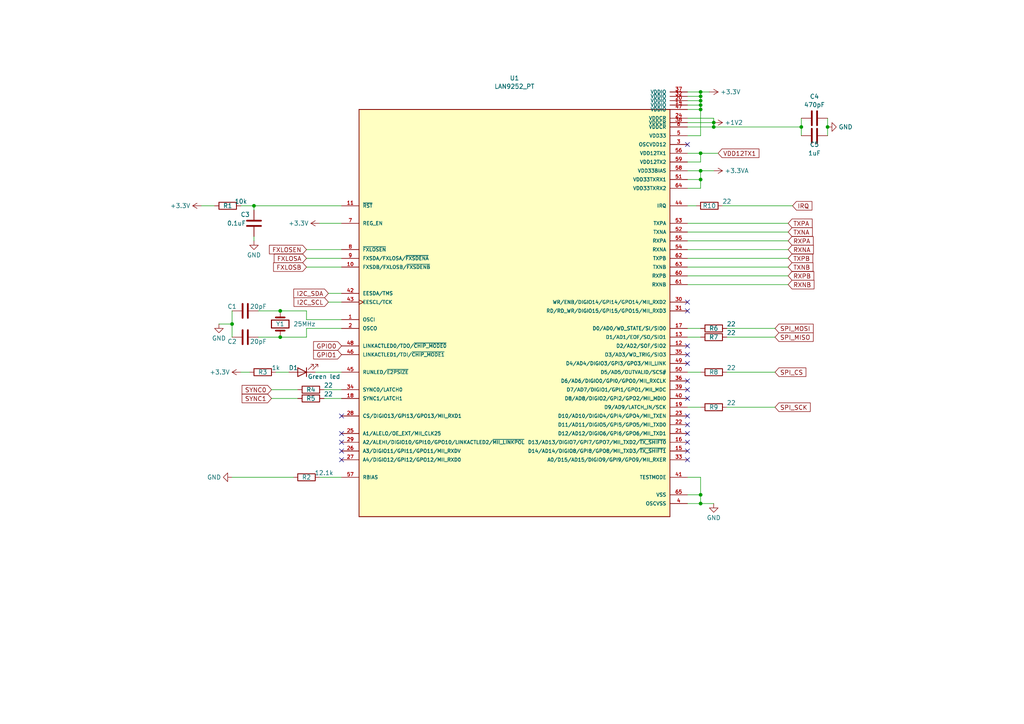
<source format=kicad_sch>
(kicad_sch
	(version 20231120)
	(generator "eeschema")
	(generator_version "8.0")
	(uuid "8e0e23cc-4513-4896-b845-574dd127ce6b")
	(paper "A4")
	(lib_symbols
		(symbol "Device:C"
			(pin_numbers hide)
			(pin_names
				(offset 0.254)
			)
			(exclude_from_sim no)
			(in_bom yes)
			(on_board yes)
			(property "Reference" "C"
				(at 0.635 2.54 0)
				(effects
					(font
						(size 1.27 1.27)
					)
					(justify left)
				)
			)
			(property "Value" "C"
				(at 0.635 -2.54 0)
				(effects
					(font
						(size 1.27 1.27)
					)
					(justify left)
				)
			)
			(property "Footprint" ""
				(at 0.9652 -3.81 0)
				(effects
					(font
						(size 1.27 1.27)
					)
					(hide yes)
				)
			)
			(property "Datasheet" "~"
				(at 0 0 0)
				(effects
					(font
						(size 1.27 1.27)
					)
					(hide yes)
				)
			)
			(property "Description" "Unpolarized capacitor"
				(at 0 0 0)
				(effects
					(font
						(size 1.27 1.27)
					)
					(hide yes)
				)
			)
			(property "ki_keywords" "cap capacitor"
				(at 0 0 0)
				(effects
					(font
						(size 1.27 1.27)
					)
					(hide yes)
				)
			)
			(property "ki_fp_filters" "C_*"
				(at 0 0 0)
				(effects
					(font
						(size 1.27 1.27)
					)
					(hide yes)
				)
			)
			(symbol "C_0_1"
				(polyline
					(pts
						(xy -2.032 -0.762) (xy 2.032 -0.762)
					)
					(stroke
						(width 0.508)
						(type default)
					)
					(fill
						(type none)
					)
				)
				(polyline
					(pts
						(xy -2.032 0.762) (xy 2.032 0.762)
					)
					(stroke
						(width 0.508)
						(type default)
					)
					(fill
						(type none)
					)
				)
			)
			(symbol "C_1_1"
				(pin passive line
					(at 0 3.81 270)
					(length 2.794)
					(name "~"
						(effects
							(font
								(size 1.27 1.27)
							)
						)
					)
					(number "1"
						(effects
							(font
								(size 1.27 1.27)
							)
						)
					)
				)
				(pin passive line
					(at 0 -3.81 90)
					(length 2.794)
					(name "~"
						(effects
							(font
								(size 1.27 1.27)
							)
						)
					)
					(number "2"
						(effects
							(font
								(size 1.27 1.27)
							)
						)
					)
				)
			)
		)
		(symbol "Device:Crystal"
			(pin_numbers hide)
			(pin_names
				(offset 1.016) hide)
			(exclude_from_sim no)
			(in_bom yes)
			(on_board yes)
			(property "Reference" "Y"
				(at 0 3.81 0)
				(effects
					(font
						(size 1.27 1.27)
					)
				)
			)
			(property "Value" "Crystal"
				(at 0 -3.81 0)
				(effects
					(font
						(size 1.27 1.27)
					)
				)
			)
			(property "Footprint" ""
				(at 0 0 0)
				(effects
					(font
						(size 1.27 1.27)
					)
					(hide yes)
				)
			)
			(property "Datasheet" "~"
				(at 0 0 0)
				(effects
					(font
						(size 1.27 1.27)
					)
					(hide yes)
				)
			)
			(property "Description" "Two pin crystal"
				(at 0 0 0)
				(effects
					(font
						(size 1.27 1.27)
					)
					(hide yes)
				)
			)
			(property "ki_keywords" "quartz ceramic resonator oscillator"
				(at 0 0 0)
				(effects
					(font
						(size 1.27 1.27)
					)
					(hide yes)
				)
			)
			(property "ki_fp_filters" "Crystal*"
				(at 0 0 0)
				(effects
					(font
						(size 1.27 1.27)
					)
					(hide yes)
				)
			)
			(symbol "Crystal_0_1"
				(rectangle
					(start -1.143 2.54)
					(end 1.143 -2.54)
					(stroke
						(width 0.3048)
						(type default)
					)
					(fill
						(type none)
					)
				)
				(polyline
					(pts
						(xy -2.54 0) (xy -1.905 0)
					)
					(stroke
						(width 0)
						(type default)
					)
					(fill
						(type none)
					)
				)
				(polyline
					(pts
						(xy -1.905 -1.27) (xy -1.905 1.27)
					)
					(stroke
						(width 0.508)
						(type default)
					)
					(fill
						(type none)
					)
				)
				(polyline
					(pts
						(xy 1.905 -1.27) (xy 1.905 1.27)
					)
					(stroke
						(width 0.508)
						(type default)
					)
					(fill
						(type none)
					)
				)
				(polyline
					(pts
						(xy 2.54 0) (xy 1.905 0)
					)
					(stroke
						(width 0)
						(type default)
					)
					(fill
						(type none)
					)
				)
			)
			(symbol "Crystal_1_1"
				(pin passive line
					(at -3.81 0 0)
					(length 1.27)
					(name "1"
						(effects
							(font
								(size 1.27 1.27)
							)
						)
					)
					(number "1"
						(effects
							(font
								(size 1.27 1.27)
							)
						)
					)
				)
				(pin passive line
					(at 3.81 0 180)
					(length 1.27)
					(name "2"
						(effects
							(font
								(size 1.27 1.27)
							)
						)
					)
					(number "2"
						(effects
							(font
								(size 1.27 1.27)
							)
						)
					)
				)
			)
		)
		(symbol "Device:LED"
			(pin_numbers hide)
			(pin_names
				(offset 1.016) hide)
			(exclude_from_sim no)
			(in_bom yes)
			(on_board yes)
			(property "Reference" "D"
				(at 0 2.54 0)
				(effects
					(font
						(size 1.27 1.27)
					)
				)
			)
			(property "Value" "LED"
				(at 0 -2.54 0)
				(effects
					(font
						(size 1.27 1.27)
					)
				)
			)
			(property "Footprint" ""
				(at 0 0 0)
				(effects
					(font
						(size 1.27 1.27)
					)
					(hide yes)
				)
			)
			(property "Datasheet" "~"
				(at 0 0 0)
				(effects
					(font
						(size 1.27 1.27)
					)
					(hide yes)
				)
			)
			(property "Description" "Light emitting diode"
				(at 0 0 0)
				(effects
					(font
						(size 1.27 1.27)
					)
					(hide yes)
				)
			)
			(property "ki_keywords" "LED diode"
				(at 0 0 0)
				(effects
					(font
						(size 1.27 1.27)
					)
					(hide yes)
				)
			)
			(property "ki_fp_filters" "LED* LED_SMD:* LED_THT:*"
				(at 0 0 0)
				(effects
					(font
						(size 1.27 1.27)
					)
					(hide yes)
				)
			)
			(symbol "LED_0_1"
				(polyline
					(pts
						(xy -1.27 -1.27) (xy -1.27 1.27)
					)
					(stroke
						(width 0.254)
						(type default)
					)
					(fill
						(type none)
					)
				)
				(polyline
					(pts
						(xy -1.27 0) (xy 1.27 0)
					)
					(stroke
						(width 0)
						(type default)
					)
					(fill
						(type none)
					)
				)
				(polyline
					(pts
						(xy 1.27 -1.27) (xy 1.27 1.27) (xy -1.27 0) (xy 1.27 -1.27)
					)
					(stroke
						(width 0.254)
						(type default)
					)
					(fill
						(type none)
					)
				)
				(polyline
					(pts
						(xy -3.048 -0.762) (xy -4.572 -2.286) (xy -3.81 -2.286) (xy -4.572 -2.286) (xy -4.572 -1.524)
					)
					(stroke
						(width 0)
						(type default)
					)
					(fill
						(type none)
					)
				)
				(polyline
					(pts
						(xy -1.778 -0.762) (xy -3.302 -2.286) (xy -2.54 -2.286) (xy -3.302 -2.286) (xy -3.302 -1.524)
					)
					(stroke
						(width 0)
						(type default)
					)
					(fill
						(type none)
					)
				)
			)
			(symbol "LED_1_1"
				(pin passive line
					(at -3.81 0 0)
					(length 2.54)
					(name "K"
						(effects
							(font
								(size 1.27 1.27)
							)
						)
					)
					(number "1"
						(effects
							(font
								(size 1.27 1.27)
							)
						)
					)
				)
				(pin passive line
					(at 3.81 0 180)
					(length 2.54)
					(name "A"
						(effects
							(font
								(size 1.27 1.27)
							)
						)
					)
					(number "2"
						(effects
							(font
								(size 1.27 1.27)
							)
						)
					)
				)
			)
		)
		(symbol "Device:R"
			(pin_numbers hide)
			(pin_names
				(offset 0)
			)
			(exclude_from_sim no)
			(in_bom yes)
			(on_board yes)
			(property "Reference" "R"
				(at 2.032 0 90)
				(effects
					(font
						(size 1.27 1.27)
					)
				)
			)
			(property "Value" "R"
				(at 0 0 90)
				(effects
					(font
						(size 1.27 1.27)
					)
				)
			)
			(property "Footprint" ""
				(at -1.778 0 90)
				(effects
					(font
						(size 1.27 1.27)
					)
					(hide yes)
				)
			)
			(property "Datasheet" "~"
				(at 0 0 0)
				(effects
					(font
						(size 1.27 1.27)
					)
					(hide yes)
				)
			)
			(property "Description" "Resistor"
				(at 0 0 0)
				(effects
					(font
						(size 1.27 1.27)
					)
					(hide yes)
				)
			)
			(property "ki_keywords" "R res resistor"
				(at 0 0 0)
				(effects
					(font
						(size 1.27 1.27)
					)
					(hide yes)
				)
			)
			(property "ki_fp_filters" "R_*"
				(at 0 0 0)
				(effects
					(font
						(size 1.27 1.27)
					)
					(hide yes)
				)
			)
			(symbol "R_0_1"
				(rectangle
					(start -1.016 -2.54)
					(end 1.016 2.54)
					(stroke
						(width 0.254)
						(type default)
					)
					(fill
						(type none)
					)
				)
			)
			(symbol "R_1_1"
				(pin passive line
					(at 0 3.81 270)
					(length 1.27)
					(name "~"
						(effects
							(font
								(size 1.27 1.27)
							)
						)
					)
					(number "1"
						(effects
							(font
								(size 1.27 1.27)
							)
						)
					)
				)
				(pin passive line
					(at 0 -3.81 90)
					(length 1.27)
					(name "~"
						(effects
							(font
								(size 1.27 1.27)
							)
						)
					)
					(number "2"
						(effects
							(font
								(size 1.27 1.27)
							)
						)
					)
				)
			)
		)
		(symbol "LAN9252_PT:LAN9252_PT"
			(pin_names
				(offset 1.016)
			)
			(exclude_from_sim no)
			(in_bom yes)
			(on_board yes)
			(property "Reference" "U"
				(at -60.96 59.69 0)
				(effects
					(font
						(size 1.27 1.27)
					)
					(justify left bottom)
				)
			)
			(property "Value" "LAN9252_PT"
				(at -29.21 -60.96 0)
				(effects
					(font
						(size 1.27 1.27)
					)
					(justify left bottom)
				)
			)
			(property "Footprint" "LAN9252_PT:QFP50P1200X1200X120-65N"
				(at -5.08 6.35 0)
				(effects
					(font
						(size 1.27 1.27)
					)
					(justify bottom)
					(hide yes)
				)
			)
			(property "Datasheet" ""
				(at 0 0 0)
				(effects
					(font
						(size 1.27 1.27)
					)
					(hide yes)
				)
			)
			(property "Description" "\nEthernet Controller 10/100 Base-FX/T/TX PHY SPI Interface 64-TQFP-EP (10x10)\n"
				(at -1.27 10.16 0)
				(effects
					(font
						(size 1.27 1.27)
					)
					(justify bottom)
					(hide yes)
				)
			)
			(property "MF" "Microchip"
				(at -1.27 -13.97 0)
				(effects
					(font
						(size 1.27 1.27)
					)
					(justify bottom)
					(hide yes)
				)
			)
			(property "MAXIMUM_PACKAGE_HEIGHT" "1.2 mm"
				(at 0 -2.54 0)
				(effects
					(font
						(size 1.27 1.27)
					)
					(justify bottom)
					(hide yes)
				)
			)
			(property "Package" "TQFP-64 Microchip"
				(at -1.27 -11.43 0)
				(effects
					(font
						(size 1.27 1.27)
					)
					(justify bottom)
					(hide yes)
				)
			)
			(property "Price" ""
				(at 0 0 0)
				(effects
					(font
						(size 1.27 1.27)
					)
					(justify bottom)
					(hide yes)
				)
			)
			(property "Check_prices" ""
				(at 0 0 0)
				(effects
					(font
						(size 1.27 1.27)
					)
					(justify bottom)
					(hide yes)
				)
			)
			(property "STANDARD" "IPC 7351B"
				(at -1.27 -5.08 0)
				(effects
					(font
						(size 1.27 1.27)
					)
					(justify bottom)
					(hide yes)
				)
			)
			(property "PARTREV" "04-08-15"
				(at -1.27 -13.97 0)
				(effects
					(font
						(size 1.27 1.27)
					)
					(justify bottom)
					(hide yes)
				)
			)
			(property "SnapEDA_Link" ""
				(at 0 0 0)
				(effects
					(font
						(size 1.27 1.27)
					)
					(justify bottom)
					(hide yes)
				)
			)
			(property "MP" "LAN9252/PT"
				(at -2.54 3.81 0)
				(effects
					(font
						(size 1.27 1.27)
					)
					(justify bottom)
					(hide yes)
				)
			)
			(property "Purchase-URL" ""
				(at 0 0 0)
				(effects
					(font
						(size 1.27 1.27)
					)
					(justify bottom)
					(hide yes)
				)
			)
			(property "Availability" ""
				(at 0 -2.54 0)
				(effects
					(font
						(size 1.27 1.27)
					)
					(justify bottom)
					(hide yes)
				)
			)
			(property "MANUFACTURER" "Microchip Technology"
				(at -1.27 -8.89 0)
				(effects
					(font
						(size 1.27 1.27)
					)
					(justify bottom)
					(hide yes)
				)
			)
			(symbol "LAN9252_PT_0_0"
				(rectangle
					(start -29.21 58.42)
					(end 60.96 -59.69)
					(stroke
						(width 0.254)
						(type default)
					)
					(fill
						(type background)
					)
				)
				(pin input line
					(at -34.29 -2.54 0)
					(length 5.08)
					(name "OSCI"
						(effects
							(font
								(size 1.016 1.016)
							)
						)
					)
					(number "1"
						(effects
							(font
								(size 1.016 1.016)
							)
						)
					)
				)
				(pin input line
					(at -34.29 12.7 0)
					(length 5.08)
					(name "FXSDB/FXLOSB/~{FXSDENB}"
						(effects
							(font
								(size 1.016 1.016)
							)
						)
					)
					(number "10"
						(effects
							(font
								(size 1.016 1.016)
							)
						)
					)
				)
				(pin input line
					(at -34.29 30.48 0)
					(length 5.08)
					(name "~{RST}"
						(effects
							(font
								(size 1.016 1.016)
							)
						)
					)
					(number "11"
						(effects
							(font
								(size 1.016 1.016)
							)
						)
					)
				)
				(pin bidirectional line
					(at 66.04 -10.16 180)
					(length 5.08)
					(name "D2/AD2/SOF/SIO2"
						(effects
							(font
								(size 1.016 1.016)
							)
						)
					)
					(number "12"
						(effects
							(font
								(size 1.016 1.016)
							)
						)
					)
				)
				(pin bidirectional line
					(at 66.04 -7.62 180)
					(length 5.08)
					(name "D1/AD1/EOF/SO/SIO1"
						(effects
							(font
								(size 1.016 1.016)
							)
						)
					)
					(number "13"
						(effects
							(font
								(size 1.016 1.016)
							)
						)
					)
				)
				(pin power_in line
					(at 66.04 59.69 180)
					(length 5.08)
					(name "VDDIO"
						(effects
							(font
								(size 1.016 1.016)
							)
						)
					)
					(number "14"
						(effects
							(font
								(size 1.016 1.016)
							)
						)
					)
				)
				(pin bidirectional line
					(at 66.04 -40.64 180)
					(length 5.08)
					(name "D14/AD14/DIGIO8/GPI8/GPO8/MII_TXD3/~{TX_SHIFT1}"
						(effects
							(font
								(size 1.016 1.016)
							)
						)
					)
					(number "15"
						(effects
							(font
								(size 1.016 1.016)
							)
						)
					)
				)
				(pin bidirectional line
					(at 66.04 -38.1 180)
					(length 5.08)
					(name "D13/AD13/DIGIO7/GPI7/GPO7/MII_TXD2/~{TX_SHIFT0}"
						(effects
							(font
								(size 1.016 1.016)
							)
						)
					)
					(number "16"
						(effects
							(font
								(size 1.016 1.016)
							)
						)
					)
				)
				(pin bidirectional line
					(at 66.04 -5.08 180)
					(length 5.08)
					(name "D0/AD0/WD_STATE/SI/SIO0"
						(effects
							(font
								(size 1.016 1.016)
							)
						)
					)
					(number "17"
						(effects
							(font
								(size 1.016 1.016)
							)
						)
					)
				)
				(pin bidirectional line
					(at -34.29 -25.4 0)
					(length 5.08)
					(name "SYNC1/LATCH1"
						(effects
							(font
								(size 1.016 1.016)
							)
						)
					)
					(number "18"
						(effects
							(font
								(size 1.016 1.016)
							)
						)
					)
				)
				(pin bidirectional line
					(at 66.04 -27.94 180)
					(length 5.08)
					(name "D9/AD9/LATCH_IN/SCK"
						(effects
							(font
								(size 1.016 1.016)
							)
						)
					)
					(number "19"
						(effects
							(font
								(size 1.016 1.016)
							)
						)
					)
				)
				(pin output line
					(at -34.29 -5.08 0)
					(length 5.08)
					(name "OSCO"
						(effects
							(font
								(size 1.016 1.016)
							)
						)
					)
					(number "2"
						(effects
							(font
								(size 1.016 1.016)
							)
						)
					)
				)
				(pin power_in line
					(at 66.04 60.96 180)
					(length 5.08)
					(name "VDDIO"
						(effects
							(font
								(size 1.016 1.016)
							)
						)
					)
					(number "20"
						(effects
							(font
								(size 1.016 1.016)
							)
						)
					)
				)
				(pin bidirectional line
					(at 66.04 -35.56 180)
					(length 5.08)
					(name "D12/AD12/DIGIO6/GPI6/GPO6/MII_TXD1"
						(effects
							(font
								(size 1.016 1.016)
							)
						)
					)
					(number "21"
						(effects
							(font
								(size 1.016 1.016)
							)
						)
					)
				)
				(pin bidirectional line
					(at 66.04 -33.02 180)
					(length 5.08)
					(name "D11/AD11/DIGIO5/GPI5/GPO5/MII_TXD0"
						(effects
							(font
								(size 1.016 1.016)
							)
						)
					)
					(number "22"
						(effects
							(font
								(size 1.016 1.016)
							)
						)
					)
				)
				(pin bidirectional line
					(at 66.04 -30.48 180)
					(length 5.08)
					(name "D10/AD10/DIGIO4/GPI4/GPO4/MII_TXEN"
						(effects
							(font
								(size 1.016 1.016)
							)
						)
					)
					(number "23"
						(effects
							(font
								(size 1.016 1.016)
							)
						)
					)
				)
				(pin power_in line
					(at 66.04 55.88 180)
					(length 5.08)
					(name "VDDCR"
						(effects
							(font
								(size 1.016 1.016)
							)
						)
					)
					(number "24"
						(effects
							(font
								(size 1.016 1.016)
							)
						)
					)
				)
				(pin bidirectional line
					(at -34.29 -35.56 0)
					(length 5.08)
					(name "A1/ALELO/OE_EXT/MII_CLK25"
						(effects
							(font
								(size 1.016 1.016)
							)
						)
					)
					(number "25"
						(effects
							(font
								(size 1.016 1.016)
							)
						)
					)
				)
				(pin bidirectional line
					(at -34.29 -40.64 0)
					(length 5.08)
					(name "A3/DIGIO11/GPI11/GPO11/MII_RXDV"
						(effects
							(font
								(size 1.016 1.016)
							)
						)
					)
					(number "26"
						(effects
							(font
								(size 1.016 1.016)
							)
						)
					)
				)
				(pin bidirectional line
					(at -34.29 -43.18 0)
					(length 5.08)
					(name "A4/DIGIO12/GPI12/GPO12/MII_RXD0"
						(effects
							(font
								(size 1.016 1.016)
							)
						)
					)
					(number "27"
						(effects
							(font
								(size 1.016 1.016)
							)
						)
					)
				)
				(pin bidirectional line
					(at -34.29 -30.48 0)
					(length 5.08)
					(name "CS/DIGIO13/GPI13/GPO13/MII_RXD1"
						(effects
							(font
								(size 1.016 1.016)
							)
						)
					)
					(number "28"
						(effects
							(font
								(size 1.016 1.016)
							)
						)
					)
				)
				(pin bidirectional line
					(at -34.29 -38.1 0)
					(length 5.08)
					(name "A2/ALEHI/DIGIO10/GPI10/GPO10/LINKACTLED2/~{MII_LINKPOL}"
						(effects
							(font
								(size 1.016 1.016)
							)
						)
					)
					(number "29"
						(effects
							(font
								(size 1.016 1.016)
							)
						)
					)
				)
				(pin power_in line
					(at 66.04 48.26 180)
					(length 5.08)
					(name "OSCVDD12"
						(effects
							(font
								(size 1.016 1.016)
							)
						)
					)
					(number "3"
						(effects
							(font
								(size 1.016 1.016)
							)
						)
					)
				)
				(pin bidirectional line
					(at 66.04 2.54 180)
					(length 5.08)
					(name "WR/ENB/DIGIO14/GPI14/GPO14/MII_RXD2"
						(effects
							(font
								(size 1.016 1.016)
							)
						)
					)
					(number "30"
						(effects
							(font
								(size 1.016 1.016)
							)
						)
					)
				)
				(pin bidirectional line
					(at 66.04 0 180)
					(length 5.08)
					(name "RD/RD_WR/DIGIO15/GPI15/GPO15/MII_RXD3"
						(effects
							(font
								(size 1.016 1.016)
							)
						)
					)
					(number "31"
						(effects
							(font
								(size 1.016 1.016)
							)
						)
					)
				)
				(pin power_in line
					(at 66.04 62.23 180)
					(length 5.08)
					(name "VDDIO"
						(effects
							(font
								(size 1.016 1.016)
							)
						)
					)
					(number "32"
						(effects
							(font
								(size 1.016 1.016)
							)
						)
					)
				)
				(pin bidirectional line
					(at 66.04 -43.18 180)
					(length 5.08)
					(name "A0/D15/AD15/DIGIO9/GPI9/GPO9/MII_RXER"
						(effects
							(font
								(size 1.016 1.016)
							)
						)
					)
					(number "33"
						(effects
							(font
								(size 1.016 1.016)
							)
						)
					)
				)
				(pin bidirectional line
					(at -34.29 -22.86 0)
					(length 5.08)
					(name "SYNC0/LATCH0"
						(effects
							(font
								(size 1.016 1.016)
							)
						)
					)
					(number "34"
						(effects
							(font
								(size 1.016 1.016)
							)
						)
					)
				)
				(pin bidirectional line
					(at 66.04 -12.7 180)
					(length 5.08)
					(name "D3/AD3/WD_TRIG/SIO3"
						(effects
							(font
								(size 1.016 1.016)
							)
						)
					)
					(number "35"
						(effects
							(font
								(size 1.016 1.016)
							)
						)
					)
				)
				(pin bidirectional line
					(at 66.04 -20.32 180)
					(length 5.08)
					(name "D6/AD6/DIGIO0/GPI0/GPO0/MII_RXCLK"
						(effects
							(font
								(size 1.016 1.016)
							)
						)
					)
					(number "36"
						(effects
							(font
								(size 1.016 1.016)
							)
						)
					)
				)
				(pin power_in line
					(at 66.04 63.5 180)
					(length 5.08)
					(name "VDDIO"
						(effects
							(font
								(size 1.016 1.016)
							)
						)
					)
					(number "37"
						(effects
							(font
								(size 1.016 1.016)
							)
						)
					)
				)
				(pin power_in line
					(at 66.04 54.61 180)
					(length 5.08)
					(name "VDDCR"
						(effects
							(font
								(size 1.016 1.016)
							)
						)
					)
					(number "38"
						(effects
							(font
								(size 1.016 1.016)
							)
						)
					)
				)
				(pin bidirectional line
					(at 66.04 -22.86 180)
					(length 5.08)
					(name "D7/AD7/DIGIO1/GPI1/GPO1/MII_MDC"
						(effects
							(font
								(size 1.016 1.016)
							)
						)
					)
					(number "39"
						(effects
							(font
								(size 1.016 1.016)
							)
						)
					)
				)
				(pin power_in line
					(at 66.04 -55.88 180)
					(length 5.08)
					(name "OSCVSS"
						(effects
							(font
								(size 1.016 1.016)
							)
						)
					)
					(number "4"
						(effects
							(font
								(size 1.016 1.016)
							)
						)
					)
				)
				(pin bidirectional line
					(at 66.04 -25.4 180)
					(length 5.08)
					(name "D8/AD8/DIGIO2/GPI2/GPO2/MII_MDIO"
						(effects
							(font
								(size 1.016 1.016)
							)
						)
					)
					(number "40"
						(effects
							(font
								(size 1.016 1.016)
							)
						)
					)
				)
				(pin input line
					(at 66.04 -48.26 180)
					(length 5.08)
					(name "TESTMODE"
						(effects
							(font
								(size 1.016 1.016)
							)
						)
					)
					(number "41"
						(effects
							(font
								(size 1.016 1.016)
							)
						)
					)
				)
				(pin bidirectional line
					(at -34.29 5.08 0)
					(length 5.08)
					(name "EESDA/TMS"
						(effects
							(font
								(size 1.016 1.016)
							)
						)
					)
					(number "42"
						(effects
							(font
								(size 1.016 1.016)
							)
						)
					)
				)
				(pin output clock
					(at -34.29 2.54 0)
					(length 5.08)
					(name "EESCL/TCK"
						(effects
							(font
								(size 1.016 1.016)
							)
						)
					)
					(number "43"
						(effects
							(font
								(size 1.016 1.016)
							)
						)
					)
				)
				(pin output line
					(at 66.04 30.48 180)
					(length 5.08)
					(name "IRQ"
						(effects
							(font
								(size 1.016 1.016)
							)
						)
					)
					(number "44"
						(effects
							(font
								(size 1.016 1.016)
							)
						)
					)
				)
				(pin bidirectional line
					(at -34.29 -17.78 0)
					(length 5.08)
					(name "RUNLED/~{E2PSIZE}"
						(effects
							(font
								(size 1.016 1.016)
							)
						)
					)
					(number "45"
						(effects
							(font
								(size 1.016 1.016)
							)
						)
					)
				)
				(pin input line
					(at -34.29 -12.7 0)
					(length 5.08)
					(name "LINKACTLED1/TDI/~{CHIP_MODE1}"
						(effects
							(font
								(size 1.016 1.016)
							)
						)
					)
					(number "46"
						(effects
							(font
								(size 1.016 1.016)
							)
						)
					)
				)
				(pin power_in line
					(at 66.04 58.42 180)
					(length 5.08)
					(name "VDDIO"
						(effects
							(font
								(size 1.016 1.016)
							)
						)
					)
					(number "47"
						(effects
							(font
								(size 1.016 1.016)
							)
						)
					)
				)
				(pin output line
					(at -34.29 -10.16 0)
					(length 5.08)
					(name "LINKACTLED0/TDO/~{CHIP_MODE0}"
						(effects
							(font
								(size 1.016 1.016)
							)
						)
					)
					(number "48"
						(effects
							(font
								(size 1.016 1.016)
							)
						)
					)
				)
				(pin bidirectional line
					(at 66.04 -15.24 180)
					(length 5.08)
					(name "D4/AD4/DIGIO3/GPI3/GPO3/MII_LINK"
						(effects
							(font
								(size 1.016 1.016)
							)
						)
					)
					(number "49"
						(effects
							(font
								(size 1.016 1.016)
							)
						)
					)
				)
				(pin power_in line
					(at 66.04 50.8 180)
					(length 5.08)
					(name "VDD33"
						(effects
							(font
								(size 1.016 1.016)
							)
						)
					)
					(number "5"
						(effects
							(font
								(size 1.016 1.016)
							)
						)
					)
				)
				(pin bidirectional line
					(at 66.04 -17.78 180)
					(length 5.08)
					(name "D5/AD5/OUTVALID/SCS#"
						(effects
							(font
								(size 1.016 1.016)
							)
						)
					)
					(number "50"
						(effects
							(font
								(size 1.016 1.016)
							)
						)
					)
				)
				(pin power_in line
					(at 66.04 38.1 180)
					(length 5.08)
					(name "VDD33TXRX1"
						(effects
							(font
								(size 1.016 1.016)
							)
						)
					)
					(number "51"
						(effects
							(font
								(size 1.016 1.016)
							)
						)
					)
				)
				(pin bidirectional line
					(at 66.04 22.86 180)
					(length 5.08)
					(name "TXNA"
						(effects
							(font
								(size 1.016 1.016)
							)
						)
					)
					(number "52"
						(effects
							(font
								(size 1.016 1.016)
							)
						)
					)
				)
				(pin bidirectional line
					(at 66.04 25.4 180)
					(length 5.08)
					(name "TXPA"
						(effects
							(font
								(size 1.016 1.016)
							)
						)
					)
					(number "53"
						(effects
							(font
								(size 1.016 1.016)
							)
						)
					)
				)
				(pin bidirectional line
					(at 66.04 17.78 180)
					(length 5.08)
					(name "RXNA"
						(effects
							(font
								(size 1.016 1.016)
							)
						)
					)
					(number "54"
						(effects
							(font
								(size 1.016 1.016)
							)
						)
					)
				)
				(pin bidirectional line
					(at 66.04 20.32 180)
					(length 5.08)
					(name "RXPA"
						(effects
							(font
								(size 1.016 1.016)
							)
						)
					)
					(number "55"
						(effects
							(font
								(size 1.016 1.016)
							)
						)
					)
				)
				(pin power_in line
					(at 66.04 45.72 180)
					(length 5.08)
					(name "VDD12TX1"
						(effects
							(font
								(size 1.016 1.016)
							)
						)
					)
					(number "56"
						(effects
							(font
								(size 1.016 1.016)
							)
						)
					)
				)
				(pin passive line
					(at -34.29 -48.26 0)
					(length 5.08)
					(name "RBIAS"
						(effects
							(font
								(size 1.016 1.016)
							)
						)
					)
					(number "57"
						(effects
							(font
								(size 1.016 1.016)
							)
						)
					)
				)
				(pin power_in line
					(at 66.04 40.64 180)
					(length 5.08)
					(name "VDD33BIAS"
						(effects
							(font
								(size 1.016 1.016)
							)
						)
					)
					(number "58"
						(effects
							(font
								(size 1.016 1.016)
							)
						)
					)
				)
				(pin power_in line
					(at 66.04 43.18 180)
					(length 5.08)
					(name "VDD12TX2"
						(effects
							(font
								(size 1.016 1.016)
							)
						)
					)
					(number "59"
						(effects
							(font
								(size 1.016 1.016)
							)
						)
					)
				)
				(pin power_in line
					(at 66.04 53.34 180)
					(length 5.08)
					(name "VDDCR"
						(effects
							(font
								(size 1.016 1.016)
							)
						)
					)
					(number "6"
						(effects
							(font
								(size 1.016 1.016)
							)
						)
					)
				)
				(pin bidirectional line
					(at 66.04 10.16 180)
					(length 5.08)
					(name "RXPB"
						(effects
							(font
								(size 1.016 1.016)
							)
						)
					)
					(number "60"
						(effects
							(font
								(size 1.016 1.016)
							)
						)
					)
				)
				(pin bidirectional line
					(at 66.04 7.62 180)
					(length 5.08)
					(name "RXNB"
						(effects
							(font
								(size 1.016 1.016)
							)
						)
					)
					(number "61"
						(effects
							(font
								(size 1.016 1.016)
							)
						)
					)
				)
				(pin bidirectional line
					(at 66.04 15.24 180)
					(length 5.08)
					(name "TXPB"
						(effects
							(font
								(size 1.016 1.016)
							)
						)
					)
					(number "62"
						(effects
							(font
								(size 1.016 1.016)
							)
						)
					)
				)
				(pin bidirectional line
					(at 66.04 12.7 180)
					(length 5.08)
					(name "TXNB"
						(effects
							(font
								(size 1.016 1.016)
							)
						)
					)
					(number "63"
						(effects
							(font
								(size 1.016 1.016)
							)
						)
					)
				)
				(pin power_in line
					(at 66.04 35.56 180)
					(length 5.08)
					(name "VDD33TXRX2"
						(effects
							(font
								(size 1.016 1.016)
							)
						)
					)
					(number "64"
						(effects
							(font
								(size 1.016 1.016)
							)
						)
					)
				)
				(pin power_in line
					(at 66.04 -53.34 180)
					(length 5.08)
					(name "VSS"
						(effects
							(font
								(size 1.016 1.016)
							)
						)
					)
					(number "65"
						(effects
							(font
								(size 1.016 1.016)
							)
						)
					)
				)
				(pin input line
					(at -34.29 25.4 0)
					(length 5.08)
					(name "REG_EN"
						(effects
							(font
								(size 1.016 1.016)
							)
						)
					)
					(number "7"
						(effects
							(font
								(size 1.016 1.016)
							)
						)
					)
				)
				(pin input line
					(at -34.29 17.78 0)
					(length 5.08)
					(name "~{FXLOSEN}"
						(effects
							(font
								(size 1.016 1.016)
							)
						)
					)
					(number "8"
						(effects
							(font
								(size 1.016 1.016)
							)
						)
					)
				)
				(pin input line
					(at -34.29 15.24 0)
					(length 5.08)
					(name "FXSDA/FXLOSA/~{FXSDENA}"
						(effects
							(font
								(size 1.016 1.016)
							)
						)
					)
					(number "9"
						(effects
							(font
								(size 1.016 1.016)
							)
						)
					)
				)
			)
		)
		(symbol "power:+1V2"
			(power)
			(pin_names
				(offset 0)
			)
			(exclude_from_sim no)
			(in_bom yes)
			(on_board yes)
			(property "Reference" "#PWR"
				(at 0 -3.81 0)
				(effects
					(font
						(size 1.27 1.27)
					)
					(hide yes)
				)
			)
			(property "Value" "+1V2"
				(at 0 3.556 0)
				(effects
					(font
						(size 1.27 1.27)
					)
				)
			)
			(property "Footprint" ""
				(at 0 0 0)
				(effects
					(font
						(size 1.27 1.27)
					)
					(hide yes)
				)
			)
			(property "Datasheet" ""
				(at 0 0 0)
				(effects
					(font
						(size 1.27 1.27)
					)
					(hide yes)
				)
			)
			(property "Description" "Power symbol creates a global label with name \"+1V2\""
				(at 0 0 0)
				(effects
					(font
						(size 1.27 1.27)
					)
					(hide yes)
				)
			)
			(property "ki_keywords" "global power"
				(at 0 0 0)
				(effects
					(font
						(size 1.27 1.27)
					)
					(hide yes)
				)
			)
			(symbol "+1V2_0_1"
				(polyline
					(pts
						(xy -0.762 1.27) (xy 0 2.54)
					)
					(stroke
						(width 0)
						(type default)
					)
					(fill
						(type none)
					)
				)
				(polyline
					(pts
						(xy 0 0) (xy 0 2.54)
					)
					(stroke
						(width 0)
						(type default)
					)
					(fill
						(type none)
					)
				)
				(polyline
					(pts
						(xy 0 2.54) (xy 0.762 1.27)
					)
					(stroke
						(width 0)
						(type default)
					)
					(fill
						(type none)
					)
				)
			)
			(symbol "+1V2_1_1"
				(pin power_in line
					(at 0 0 90)
					(length 0) hide
					(name "+1V2"
						(effects
							(font
								(size 1.27 1.27)
							)
						)
					)
					(number "1"
						(effects
							(font
								(size 1.27 1.27)
							)
						)
					)
				)
			)
		)
		(symbol "power:+3.3V"
			(power)
			(pin_names
				(offset 0)
			)
			(exclude_from_sim no)
			(in_bom yes)
			(on_board yes)
			(property "Reference" "#PWR"
				(at 0 -3.81 0)
				(effects
					(font
						(size 1.27 1.27)
					)
					(hide yes)
				)
			)
			(property "Value" "+3.3V"
				(at 0 3.556 0)
				(effects
					(font
						(size 1.27 1.27)
					)
				)
			)
			(property "Footprint" ""
				(at 0 0 0)
				(effects
					(font
						(size 1.27 1.27)
					)
					(hide yes)
				)
			)
			(property "Datasheet" ""
				(at 0 0 0)
				(effects
					(font
						(size 1.27 1.27)
					)
					(hide yes)
				)
			)
			(property "Description" "Power symbol creates a global label with name \"+3.3V\""
				(at 0 0 0)
				(effects
					(font
						(size 1.27 1.27)
					)
					(hide yes)
				)
			)
			(property "ki_keywords" "global power"
				(at 0 0 0)
				(effects
					(font
						(size 1.27 1.27)
					)
					(hide yes)
				)
			)
			(symbol "+3.3V_0_1"
				(polyline
					(pts
						(xy -0.762 1.27) (xy 0 2.54)
					)
					(stroke
						(width 0)
						(type default)
					)
					(fill
						(type none)
					)
				)
				(polyline
					(pts
						(xy 0 0) (xy 0 2.54)
					)
					(stroke
						(width 0)
						(type default)
					)
					(fill
						(type none)
					)
				)
				(polyline
					(pts
						(xy 0 2.54) (xy 0.762 1.27)
					)
					(stroke
						(width 0)
						(type default)
					)
					(fill
						(type none)
					)
				)
			)
			(symbol "+3.3V_1_1"
				(pin power_in line
					(at 0 0 90)
					(length 0) hide
					(name "+3.3V"
						(effects
							(font
								(size 1.27 1.27)
							)
						)
					)
					(number "1"
						(effects
							(font
								(size 1.27 1.27)
							)
						)
					)
				)
			)
		)
		(symbol "power:+3.3VA"
			(power)
			(pin_names
				(offset 0)
			)
			(exclude_from_sim no)
			(in_bom yes)
			(on_board yes)
			(property "Reference" "#PWR"
				(at 0 -3.81 0)
				(effects
					(font
						(size 1.27 1.27)
					)
					(hide yes)
				)
			)
			(property "Value" "+3.3VA"
				(at 0 3.556 0)
				(effects
					(font
						(size 1.27 1.27)
					)
				)
			)
			(property "Footprint" ""
				(at 0 0 0)
				(effects
					(font
						(size 1.27 1.27)
					)
					(hide yes)
				)
			)
			(property "Datasheet" ""
				(at 0 0 0)
				(effects
					(font
						(size 1.27 1.27)
					)
					(hide yes)
				)
			)
			(property "Description" "Power symbol creates a global label with name \"+3.3VA\""
				(at 0 0 0)
				(effects
					(font
						(size 1.27 1.27)
					)
					(hide yes)
				)
			)
			(property "ki_keywords" "global power"
				(at 0 0 0)
				(effects
					(font
						(size 1.27 1.27)
					)
					(hide yes)
				)
			)
			(symbol "+3.3VA_0_1"
				(polyline
					(pts
						(xy -0.762 1.27) (xy 0 2.54)
					)
					(stroke
						(width 0)
						(type default)
					)
					(fill
						(type none)
					)
				)
				(polyline
					(pts
						(xy 0 0) (xy 0 2.54)
					)
					(stroke
						(width 0)
						(type default)
					)
					(fill
						(type none)
					)
				)
				(polyline
					(pts
						(xy 0 2.54) (xy 0.762 1.27)
					)
					(stroke
						(width 0)
						(type default)
					)
					(fill
						(type none)
					)
				)
			)
			(symbol "+3.3VA_1_1"
				(pin power_in line
					(at 0 0 90)
					(length 0) hide
					(name "+3.3VA"
						(effects
							(font
								(size 1.27 1.27)
							)
						)
					)
					(number "1"
						(effects
							(font
								(size 1.27 1.27)
							)
						)
					)
				)
			)
		)
		(symbol "power:GND"
			(power)
			(pin_names
				(offset 0)
			)
			(exclude_from_sim no)
			(in_bom yes)
			(on_board yes)
			(property "Reference" "#PWR"
				(at 0 -6.35 0)
				(effects
					(font
						(size 1.27 1.27)
					)
					(hide yes)
				)
			)
			(property "Value" "GND"
				(at 0 -3.81 0)
				(effects
					(font
						(size 1.27 1.27)
					)
				)
			)
			(property "Footprint" ""
				(at 0 0 0)
				(effects
					(font
						(size 1.27 1.27)
					)
					(hide yes)
				)
			)
			(property "Datasheet" ""
				(at 0 0 0)
				(effects
					(font
						(size 1.27 1.27)
					)
					(hide yes)
				)
			)
			(property "Description" "Power symbol creates a global label with name \"GND\" , ground"
				(at 0 0 0)
				(effects
					(font
						(size 1.27 1.27)
					)
					(hide yes)
				)
			)
			(property "ki_keywords" "global power"
				(at 0 0 0)
				(effects
					(font
						(size 1.27 1.27)
					)
					(hide yes)
				)
			)
			(symbol "GND_0_1"
				(polyline
					(pts
						(xy 0 0) (xy 0 -1.27) (xy 1.27 -1.27) (xy 0 -2.54) (xy -1.27 -1.27) (xy 0 -1.27)
					)
					(stroke
						(width 0)
						(type default)
					)
					(fill
						(type none)
					)
				)
			)
			(symbol "GND_1_1"
				(pin power_in line
					(at 0 0 270)
					(length 0) hide
					(name "GND"
						(effects
							(font
								(size 1.27 1.27)
							)
						)
					)
					(number "1"
						(effects
							(font
								(size 1.27 1.27)
							)
						)
					)
				)
			)
		)
	)
	(junction
		(at 232.41 36.83)
		(diameter 0)
		(color 0 0 0 0)
		(uuid "263248ae-c683-4c59-beaf-7b3864a845a6")
	)
	(junction
		(at 203.2 49.53)
		(diameter 0)
		(color 0 0 0 0)
		(uuid "35ce7528-97c5-4c72-b8a7-1cdf13c5e568")
	)
	(junction
		(at 203.2 30.48)
		(diameter 0)
		(color 0 0 0 0)
		(uuid "40182a86-3837-4701-b1cf-b786b28cd3c5")
	)
	(junction
		(at 67.31 93.98)
		(diameter 0)
		(color 0 0 0 0)
		(uuid "45311484-699d-4b23-9b75-1e2ac8fa83b1")
	)
	(junction
		(at 203.2 143.51)
		(diameter 0)
		(color 0 0 0 0)
		(uuid "48e7757a-d3d6-4527-8ed0-805d726012d7")
	)
	(junction
		(at 203.2 31.75)
		(diameter 0)
		(color 0 0 0 0)
		(uuid "50af12ef-c3bf-4105-bca6-28ed6ddab985")
	)
	(junction
		(at 73.66 59.69)
		(diameter 0)
		(color 0 0 0 0)
		(uuid "75dadb5b-c9f2-43c0-acab-427e64154c21")
	)
	(junction
		(at 203.2 52.07)
		(diameter 0)
		(color 0 0 0 0)
		(uuid "7a83dff4-8ea4-4b67-8647-2913cf0299d2")
	)
	(junction
		(at 240.03 36.83)
		(diameter 0)
		(color 0 0 0 0)
		(uuid "8caaeac5-a2f2-4f62-85d3-be5ce5b8f58f")
	)
	(junction
		(at 203.2 26.67)
		(diameter 0)
		(color 0 0 0 0)
		(uuid "996d558b-c70f-4d29-9dda-9fea9fc9d517")
	)
	(junction
		(at 207.01 35.56)
		(diameter 0)
		(color 0 0 0 0)
		(uuid "a3819a9a-f321-4e8d-9ee4-2c81ec61fa22")
	)
	(junction
		(at 203.2 146.05)
		(diameter 0)
		(color 0 0 0 0)
		(uuid "bbd59ab0-bad3-416e-8073-094e105f8863")
	)
	(junction
		(at 207.01 36.83)
		(diameter 0)
		(color 0 0 0 0)
		(uuid "c1e465c4-b3cf-4aeb-b7f6-bef987018a01")
	)
	(junction
		(at 81.28 90.17)
		(diameter 0)
		(color 0 0 0 0)
		(uuid "d56d31ce-0457-4dc1-be5e-aeef98f3ed50")
	)
	(junction
		(at 81.28 97.79)
		(diameter 0)
		(color 0 0 0 0)
		(uuid "d8d7f2d9-aabb-4171-af91-a5e4b9fc7af2")
	)
	(junction
		(at 203.2 27.94)
		(diameter 0)
		(color 0 0 0 0)
		(uuid "e122817c-650d-4c0d-a34c-3a97414e8ddc")
	)
	(junction
		(at 203.2 44.45)
		(diameter 0)
		(color 0 0 0 0)
		(uuid "e3a974e2-fdde-48f0-aec0-447f4195f7c3")
	)
	(junction
		(at 203.2 29.21)
		(diameter 0)
		(color 0 0 0 0)
		(uuid "f45c08a9-1f16-4428-891e-f72916e63fde")
	)
	(no_connect
		(at 99.06 125.73)
		(uuid "0b0defea-ee25-449f-8c33-e4366a0bb9f1")
	)
	(no_connect
		(at 199.39 110.49)
		(uuid "0bb3991a-2ca5-47f1-b4b6-54c95edf9b68")
	)
	(no_connect
		(at 199.39 90.17)
		(uuid "1f084769-bf82-4697-be3b-eed2fee84671")
	)
	(no_connect
		(at 99.06 128.27)
		(uuid "20b5f4b0-7e17-4409-8a9b-59a1d1a52265")
	)
	(no_connect
		(at 199.39 125.73)
		(uuid "27163c9e-29bc-43f2-b6c0-f0cbf4589490")
	)
	(no_connect
		(at 199.39 115.57)
		(uuid "2e4b5f71-a423-4a75-b714-c575b2c77f81")
	)
	(no_connect
		(at 199.39 133.35)
		(uuid "2e7e23c7-9145-4a83-9272-f915b2d3d466")
	)
	(no_connect
		(at 99.06 133.35)
		(uuid "2f8bd18e-eee7-4bc8-9c83-ee22123d9c9e")
	)
	(no_connect
		(at 199.39 123.19)
		(uuid "38f6ace8-3a1e-4dc1-b0a5-50d591a7b9bb")
	)
	(no_connect
		(at 199.39 113.03)
		(uuid "51dd6d41-45bd-4fce-8e8c-37233f81a50f")
	)
	(no_connect
		(at 199.39 128.27)
		(uuid "57df11f1-7fd8-44db-af41-7c215a2306ec")
	)
	(no_connect
		(at 199.39 105.41)
		(uuid "7c92b909-91ce-466f-a913-db80d14794aa")
	)
	(no_connect
		(at 99.06 120.65)
		(uuid "92c3c59a-d551-4b98-800b-c9cfeb37556b")
	)
	(no_connect
		(at 199.39 120.65)
		(uuid "a724d08b-1960-4627-b3b5-f5a2da803a86")
	)
	(no_connect
		(at 199.39 41.91)
		(uuid "b3ec83a1-5cf8-490e-ba08-02e97f4f2b35")
	)
	(no_connect
		(at 99.06 130.81)
		(uuid "b925b8ee-bfc6-449d-8f33-12997e98fa64")
	)
	(no_connect
		(at 199.39 102.87)
		(uuid "e23c5168-ac9c-4d4d-805b-cf203899cccf")
	)
	(no_connect
		(at 199.39 100.33)
		(uuid "eba985ec-9da0-4d32-86c0-e84383c05a32")
	)
	(no_connect
		(at 199.39 87.63)
		(uuid "f1d90b64-b63c-4400-a05c-1c660ee3763a")
	)
	(no_connect
		(at 199.39 130.81)
		(uuid "faacae21-938b-491a-b71f-1c35640ab185")
	)
	(wire
		(pts
			(xy 199.39 31.75) (xy 203.2 31.75)
		)
		(stroke
			(width 0)
			(type default)
		)
		(uuid "0296f0ac-b199-445c-a506-24ae78985d0a")
	)
	(wire
		(pts
			(xy 203.2 49.53) (xy 203.2 52.07)
		)
		(stroke
			(width 0)
			(type default)
		)
		(uuid "033a5f78-dfb9-4866-b81f-bf8f59f3b565")
	)
	(wire
		(pts
			(xy 199.39 39.37) (xy 203.2 39.37)
		)
		(stroke
			(width 0)
			(type default)
		)
		(uuid "037b5234-b694-4d23-8134-6e89083d36f1")
	)
	(wire
		(pts
			(xy 207.01 36.83) (xy 207.01 35.56)
		)
		(stroke
			(width 0)
			(type default)
		)
		(uuid "06129de6-1a41-4789-b1c7-e3437e8015ff")
	)
	(wire
		(pts
			(xy 199.39 52.07) (xy 203.2 52.07)
		)
		(stroke
			(width 0)
			(type default)
		)
		(uuid "0644901a-57eb-4149-9cfa-58a1a8d41042")
	)
	(wire
		(pts
			(xy 203.2 29.21) (xy 203.2 27.94)
		)
		(stroke
			(width 0)
			(type default)
		)
		(uuid "090a2e5b-7d79-45bb-85f8-3d68cf8270bc")
	)
	(wire
		(pts
			(xy 203.2 49.53) (xy 207.01 49.53)
		)
		(stroke
			(width 0)
			(type default)
		)
		(uuid "0c1ca199-356a-4c97-859a-6b2195bc7670")
	)
	(wire
		(pts
			(xy 88.9 74.93) (xy 99.06 74.93)
		)
		(stroke
			(width 0)
			(type default)
		)
		(uuid "0e1ce884-9aa2-44bc-a42a-eebb802de072")
	)
	(wire
		(pts
			(xy 232.41 36.83) (xy 232.41 39.37)
		)
		(stroke
			(width 0)
			(type default)
		)
		(uuid "0f3f0d10-bd82-40f0-a766-7e787384f20a")
	)
	(wire
		(pts
			(xy 99.06 95.25) (xy 88.9 95.25)
		)
		(stroke
			(width 0)
			(type default)
		)
		(uuid "11e2123a-d366-4d7b-bbf1-d49fd0828289")
	)
	(wire
		(pts
			(xy 203.2 31.75) (xy 203.2 30.48)
		)
		(stroke
			(width 0)
			(type default)
		)
		(uuid "11e90560-98b8-4cfd-9fbd-d2d2e5d37748")
	)
	(wire
		(pts
			(xy 67.31 93.98) (xy 67.31 97.79)
		)
		(stroke
			(width 0)
			(type default)
		)
		(uuid "166ace2d-027a-4107-903f-67eab5ac8895")
	)
	(wire
		(pts
			(xy 199.39 36.83) (xy 207.01 36.83)
		)
		(stroke
			(width 0)
			(type default)
		)
		(uuid "1a1c30d8-c5ea-4347-ab74-5c2a18eef65c")
	)
	(wire
		(pts
			(xy 199.39 118.11) (xy 203.2 118.11)
		)
		(stroke
			(width 0)
			(type default)
		)
		(uuid "1bfd686c-bc9c-45f0-82eb-b06a70f3a558")
	)
	(wire
		(pts
			(xy 58.42 59.69) (xy 62.23 59.69)
		)
		(stroke
			(width 0)
			(type default)
		)
		(uuid "1c1d1c3a-23f6-408f-8dd2-1b28ebfd06a0")
	)
	(wire
		(pts
			(xy 203.2 54.61) (xy 203.2 52.07)
		)
		(stroke
			(width 0)
			(type default)
		)
		(uuid "20a9d3e9-713c-4f3b-989f-2034dc914e54")
	)
	(wire
		(pts
			(xy 199.39 64.77) (xy 228.6 64.77)
		)
		(stroke
			(width 0)
			(type default)
		)
		(uuid "2b42ca62-436b-42d5-96e2-4eecbf87a9b8")
	)
	(wire
		(pts
			(xy 88.9 92.71) (xy 88.9 90.17)
		)
		(stroke
			(width 0)
			(type default)
		)
		(uuid "2eddf64f-d65e-418c-8222-6578d96f84ce")
	)
	(wire
		(pts
			(xy 203.2 30.48) (xy 203.2 29.21)
		)
		(stroke
			(width 0)
			(type default)
		)
		(uuid "3123f259-abbc-4f7d-8562-e088b5c0d98f")
	)
	(wire
		(pts
			(xy 207.01 34.29) (xy 207.01 35.56)
		)
		(stroke
			(width 0)
			(type default)
		)
		(uuid "314ed0ac-ad26-46ac-b0e0-9f3c397d0aa5")
	)
	(wire
		(pts
			(xy 67.31 138.43) (xy 85.09 138.43)
		)
		(stroke
			(width 0)
			(type default)
		)
		(uuid "326a33bf-86ea-4ccf-9bfc-e5f30441b4f3")
	)
	(wire
		(pts
			(xy 99.06 92.71) (xy 88.9 92.71)
		)
		(stroke
			(width 0)
			(type default)
		)
		(uuid "3cd604ae-b315-4744-914c-ead573e64379")
	)
	(wire
		(pts
			(xy 199.39 143.51) (xy 203.2 143.51)
		)
		(stroke
			(width 0)
			(type default)
		)
		(uuid "3d5df95f-4167-4e67-a7b2-b718cc811a07")
	)
	(wire
		(pts
			(xy 81.28 90.17) (xy 88.9 90.17)
		)
		(stroke
			(width 0)
			(type default)
		)
		(uuid "41df87ba-7196-4c08-9b1c-a8be48effcbd")
	)
	(wire
		(pts
			(xy 240.03 36.83) (xy 240.03 39.37)
		)
		(stroke
			(width 0)
			(type default)
		)
		(uuid "4362b448-7c4c-4961-a80d-7249c362e00f")
	)
	(wire
		(pts
			(xy 69.85 107.95) (xy 72.39 107.95)
		)
		(stroke
			(width 0)
			(type default)
		)
		(uuid "49d4f0c8-422b-409c-9014-1b0fb767f8de")
	)
	(wire
		(pts
			(xy 199.39 34.29) (xy 207.01 34.29)
		)
		(stroke
			(width 0)
			(type default)
		)
		(uuid "4be8965a-646f-4cb8-92c7-ba6d517dc770")
	)
	(wire
		(pts
			(xy 199.39 146.05) (xy 203.2 146.05)
		)
		(stroke
			(width 0)
			(type default)
		)
		(uuid "4cd97502-31ae-498f-8606-6703649c54b1")
	)
	(wire
		(pts
			(xy 199.39 138.43) (xy 203.2 138.43)
		)
		(stroke
			(width 0)
			(type default)
		)
		(uuid "55e315a2-f64a-4aed-ad92-072d6778bfe7")
	)
	(wire
		(pts
			(xy 78.74 115.57) (xy 86.36 115.57)
		)
		(stroke
			(width 0)
			(type default)
		)
		(uuid "59f771b7-46ff-43cb-94e8-60f9876a85bd")
	)
	(wire
		(pts
			(xy 73.66 59.69) (xy 99.06 59.69)
		)
		(stroke
			(width 0)
			(type default)
		)
		(uuid "5abfc41a-281d-4279-8ea4-68027869326d")
	)
	(wire
		(pts
			(xy 199.39 30.48) (xy 203.2 30.48)
		)
		(stroke
			(width 0)
			(type default)
		)
		(uuid "5b6c3123-a179-4dde-b5da-c7f4d0d93354")
	)
	(wire
		(pts
			(xy 199.39 29.21) (xy 203.2 29.21)
		)
		(stroke
			(width 0)
			(type default)
		)
		(uuid "5c2376f5-f349-4cb7-9eec-4943954577d9")
	)
	(wire
		(pts
			(xy 199.39 59.69) (xy 201.93 59.69)
		)
		(stroke
			(width 0)
			(type default)
		)
		(uuid "607b6b26-9bfe-4148-88ff-7868cb25ff4e")
	)
	(wire
		(pts
			(xy 199.39 54.61) (xy 203.2 54.61)
		)
		(stroke
			(width 0)
			(type default)
		)
		(uuid "6180e0a8-b5e4-495c-a4d3-417393b6a954")
	)
	(wire
		(pts
			(xy 67.31 90.17) (xy 67.31 93.98)
		)
		(stroke
			(width 0)
			(type default)
		)
		(uuid "641e1660-9219-419d-a017-998a86432a0c")
	)
	(wire
		(pts
			(xy 199.39 46.99) (xy 203.2 46.99)
		)
		(stroke
			(width 0)
			(type default)
		)
		(uuid "66d78c52-9e6b-4dd4-b251-cf568f75d097")
	)
	(wire
		(pts
			(xy 199.39 95.25) (xy 203.2 95.25)
		)
		(stroke
			(width 0)
			(type default)
		)
		(uuid "66ea9470-7388-4f38-bdea-494a2b36a01c")
	)
	(wire
		(pts
			(xy 199.39 72.39) (xy 228.6 72.39)
		)
		(stroke
			(width 0)
			(type default)
		)
		(uuid "677bb394-25ed-4f07-8740-4ec06683c46c")
	)
	(wire
		(pts
			(xy 199.39 69.85) (xy 228.6 69.85)
		)
		(stroke
			(width 0)
			(type default)
		)
		(uuid "69619d7b-d72b-413a-ae49-6773668cb2e8")
	)
	(wire
		(pts
			(xy 203.2 44.45) (xy 208.28 44.45)
		)
		(stroke
			(width 0)
			(type default)
		)
		(uuid "69c73883-524e-440e-8181-ef9840bf2723")
	)
	(wire
		(pts
			(xy 199.39 67.31) (xy 228.6 67.31)
		)
		(stroke
			(width 0)
			(type default)
		)
		(uuid "69f5b5d6-0258-40c3-9cfb-d5f800f31507")
	)
	(wire
		(pts
			(xy 199.39 107.95) (xy 203.2 107.95)
		)
		(stroke
			(width 0)
			(type default)
		)
		(uuid "6d614971-2f2a-4ee3-a601-0a6391a577f7")
	)
	(wire
		(pts
			(xy 224.79 97.79) (xy 210.82 97.79)
		)
		(stroke
			(width 0)
			(type default)
		)
		(uuid "6e4d3d4b-bb7a-4b93-b1f6-75afa0458de8")
	)
	(wire
		(pts
			(xy 224.79 118.11) (xy 210.82 118.11)
		)
		(stroke
			(width 0)
			(type default)
		)
		(uuid "71ee1104-e618-4262-95b3-4915d225423c")
	)
	(wire
		(pts
			(xy 199.39 27.94) (xy 203.2 27.94)
		)
		(stroke
			(width 0)
			(type default)
		)
		(uuid "7475ec4e-87ee-4352-a0be-04b214ec176b")
	)
	(wire
		(pts
			(xy 81.28 97.79) (xy 88.9 97.79)
		)
		(stroke
			(width 0)
			(type default)
		)
		(uuid "74b92687-e83a-4823-9d50-ebbbcc66c3d2")
	)
	(wire
		(pts
			(xy 91.44 107.95) (xy 99.06 107.95)
		)
		(stroke
			(width 0)
			(type default)
		)
		(uuid "7509e649-8907-408b-95bd-e3df14f30f35")
	)
	(wire
		(pts
			(xy 203.2 26.67) (xy 203.2 27.94)
		)
		(stroke
			(width 0)
			(type default)
		)
		(uuid "7765c812-4597-428f-93d1-fbe8d06447a9")
	)
	(wire
		(pts
			(xy 88.9 95.25) (xy 88.9 97.79)
		)
		(stroke
			(width 0)
			(type default)
		)
		(uuid "797f9aa8-c19f-4ae6-a5a9-d55557412faa")
	)
	(wire
		(pts
			(xy 224.79 107.95) (xy 210.82 107.95)
		)
		(stroke
			(width 0)
			(type default)
		)
		(uuid "7e831c0d-2b17-4702-9764-cef7eb02c168")
	)
	(wire
		(pts
			(xy 203.2 26.67) (xy 205.74 26.67)
		)
		(stroke
			(width 0)
			(type default)
		)
		(uuid "80d92dce-f6d3-40aa-9791-ba3615845ec0")
	)
	(wire
		(pts
			(xy 74.93 90.17) (xy 81.28 90.17)
		)
		(stroke
			(width 0)
			(type default)
		)
		(uuid "8111aa02-2d59-472b-baf7-4f73615a1530")
	)
	(wire
		(pts
			(xy 203.2 143.51) (xy 203.2 146.05)
		)
		(stroke
			(width 0)
			(type default)
		)
		(uuid "83048e9e-11e4-4d66-bab5-5af50c854da3")
	)
	(wire
		(pts
			(xy 203.2 39.37) (xy 203.2 31.75)
		)
		(stroke
			(width 0)
			(type default)
		)
		(uuid "831aa00b-e73a-4717-81a2-cb08af7cb257")
	)
	(wire
		(pts
			(xy 224.79 95.25) (xy 210.82 95.25)
		)
		(stroke
			(width 0)
			(type default)
		)
		(uuid "834967a7-eeb6-455e-9f65-f24d9bdb4160")
	)
	(wire
		(pts
			(xy 199.39 82.55) (xy 228.6 82.55)
		)
		(stroke
			(width 0)
			(type default)
		)
		(uuid "949080a7-0f3c-4a24-b3b0-fc68687819d1")
	)
	(wire
		(pts
			(xy 88.9 72.39) (xy 99.06 72.39)
		)
		(stroke
			(width 0)
			(type default)
		)
		(uuid "9c6feda0-295d-4f73-b618-e1454dd9a03c")
	)
	(wire
		(pts
			(xy 199.39 74.93) (xy 228.6 74.93)
		)
		(stroke
			(width 0)
			(type default)
		)
		(uuid "9f100c0d-3619-477a-b66a-d9b4fc225df4")
	)
	(wire
		(pts
			(xy 93.98 113.03) (xy 99.06 113.03)
		)
		(stroke
			(width 0)
			(type default)
		)
		(uuid "a17a33ea-03bc-4932-b594-e76c31698f1c")
	)
	(wire
		(pts
			(xy 92.71 138.43) (xy 99.06 138.43)
		)
		(stroke
			(width 0)
			(type default)
		)
		(uuid "a6ad82e5-7dda-4e7e-8ad8-5794ab56ec81")
	)
	(wire
		(pts
			(xy 93.98 115.57) (xy 99.06 115.57)
		)
		(stroke
			(width 0)
			(type default)
		)
		(uuid "a8a1289f-fb82-405e-9d0d-2eafaee2f393")
	)
	(wire
		(pts
			(xy 73.66 59.69) (xy 69.85 59.69)
		)
		(stroke
			(width 0)
			(type default)
		)
		(uuid "a9aeeea2-3202-451b-b4f3-96a8dfc4ecc3")
	)
	(wire
		(pts
			(xy 207.01 36.83) (xy 232.41 36.83)
		)
		(stroke
			(width 0)
			(type default)
		)
		(uuid "ab6c6aa3-0c7b-45b1-8826-34d8e615149d")
	)
	(wire
		(pts
			(xy 199.39 35.56) (xy 207.01 35.56)
		)
		(stroke
			(width 0)
			(type default)
		)
		(uuid "b0470e5b-15aa-4b11-8ee9-ae8baaf275d1")
	)
	(wire
		(pts
			(xy 199.39 44.45) (xy 203.2 44.45)
		)
		(stroke
			(width 0)
			(type default)
		)
		(uuid "b25466ad-edac-43a2-be48-4f720f171d29")
	)
	(wire
		(pts
			(xy 80.01 107.95) (xy 83.82 107.95)
		)
		(stroke
			(width 0)
			(type default)
		)
		(uuid "b2aaaa50-c569-40d5-8a68-2b3dcf7ea98a")
	)
	(wire
		(pts
			(xy 199.39 80.01) (xy 228.6 80.01)
		)
		(stroke
			(width 0)
			(type default)
		)
		(uuid "b77caa19-853e-4e6e-b5d7-80a0f0458340")
	)
	(wire
		(pts
			(xy 199.39 26.67) (xy 203.2 26.67)
		)
		(stroke
			(width 0)
			(type default)
		)
		(uuid "b960e25d-4e14-454d-9245-7ac952e7720d")
	)
	(wire
		(pts
			(xy 232.41 34.29) (xy 232.41 36.83)
		)
		(stroke
			(width 0)
			(type default)
		)
		(uuid "c032e933-071d-4e55-805d-18b798989a02")
	)
	(wire
		(pts
			(xy 199.39 97.79) (xy 203.2 97.79)
		)
		(stroke
			(width 0)
			(type default)
		)
		(uuid "c25329be-4902-4d62-b619-3ffb7c76e67e")
	)
	(wire
		(pts
			(xy 88.9 77.47) (xy 99.06 77.47)
		)
		(stroke
			(width 0)
			(type default)
		)
		(uuid "c573af96-ac41-4d3a-8598-1793f3b3f6e3")
	)
	(wire
		(pts
			(xy 73.66 60.96) (xy 73.66 59.69)
		)
		(stroke
			(width 0)
			(type default)
		)
		(uuid "ca524f50-30bf-4481-abfc-f0fa162c58bc")
	)
	(wire
		(pts
			(xy 92.71 64.77) (xy 99.06 64.77)
		)
		(stroke
			(width 0)
			(type default)
		)
		(uuid "d2b300ef-96d7-44a4-9975-74625c647939")
	)
	(wire
		(pts
			(xy 240.03 34.29) (xy 240.03 36.83)
		)
		(stroke
			(width 0)
			(type default)
		)
		(uuid "d900628a-ee30-4e82-b047-63bbc2791f2c")
	)
	(wire
		(pts
			(xy 73.66 68.58) (xy 73.66 69.85)
		)
		(stroke
			(width 0)
			(type default)
		)
		(uuid "dceec1f4-1073-4500-96d6-ed0c21897780")
	)
	(wire
		(pts
			(xy 95.25 85.09) (xy 99.06 85.09)
		)
		(stroke
			(width 0)
			(type default)
		)
		(uuid "de543030-ad89-42f7-9a09-63449449f2ba")
	)
	(wire
		(pts
			(xy 199.39 77.47) (xy 228.6 77.47)
		)
		(stroke
			(width 0)
			(type default)
		)
		(uuid "e0f1afc7-bbb3-43be-9517-2de74b2820b3")
	)
	(wire
		(pts
			(xy 203.2 138.43) (xy 203.2 143.51)
		)
		(stroke
			(width 0)
			(type default)
		)
		(uuid "e1a810be-9f0b-4042-a3d4-913838172946")
	)
	(wire
		(pts
			(xy 199.39 49.53) (xy 203.2 49.53)
		)
		(stroke
			(width 0)
			(type default)
		)
		(uuid "e3beed2e-c202-4acc-a04a-02d56e94ad1f")
	)
	(wire
		(pts
			(xy 229.87 59.69) (xy 209.55 59.69)
		)
		(stroke
			(width 0)
			(type default)
		)
		(uuid "e4682950-2e91-47b4-a7a1-2bfafdd7fb93")
	)
	(wire
		(pts
			(xy 63.5 93.98) (xy 67.31 93.98)
		)
		(stroke
			(width 0)
			(type default)
		)
		(uuid "e48bc773-01fd-4b4e-b7ef-5792a2e60352")
	)
	(wire
		(pts
			(xy 78.74 113.03) (xy 86.36 113.03)
		)
		(stroke
			(width 0)
			(type default)
		)
		(uuid "e55661b2-00ff-49f2-bb05-bf9b87fc560d")
	)
	(wire
		(pts
			(xy 95.25 87.63) (xy 99.06 87.63)
		)
		(stroke
			(width 0)
			(type default)
		)
		(uuid "f1c0a0a9-4eac-421d-99ca-d959697e9692")
	)
	(wire
		(pts
			(xy 203.2 46.99) (xy 203.2 44.45)
		)
		(stroke
			(width 0)
			(type default)
		)
		(uuid "f3f0657d-047d-4ca3-a1b0-e2876a18c3ab")
	)
	(wire
		(pts
			(xy 74.93 97.79) (xy 81.28 97.79)
		)
		(stroke
			(width 0)
			(type default)
		)
		(uuid "f79924f5-de30-4358-a7f7-54b4d8f9d3d1")
	)
	(wire
		(pts
			(xy 203.2 146.05) (xy 207.01 146.05)
		)
		(stroke
			(width 0)
			(type default)
		)
		(uuid "ff120a1e-0d2f-4568-8c86-c4c5c56152a4")
	)
	(global_label "SPI_MISO"
		(shape input)
		(at 224.79 97.79 0)
		(fields_autoplaced yes)
		(effects
			(font
				(size 1.27 1.27)
			)
			(justify left)
		)
		(uuid "03bca499-0fd1-4060-88e4-22ecdc84e78f")
		(property "Intersheetrefs" "${INTERSHEET_REFS}"
			(at 236.4233 97.79 0)
			(effects
				(font
					(size 1.27 1.27)
				)
				(justify left)
				(hide yes)
			)
		)
	)
	(global_label "GPIO0"
		(shape input)
		(at 99.06 100.33 180)
		(fields_autoplaced yes)
		(effects
			(font
				(size 1.27 1.27)
			)
			(justify right)
		)
		(uuid "07ef20f6-d322-4030-9e63-3f7218b03ee8")
		(property "Intersheetrefs" "${INTERSHEET_REFS}"
			(at 90.39 100.33 0)
			(effects
				(font
					(size 1.27 1.27)
				)
				(justify right)
				(hide yes)
			)
		)
	)
	(global_label "SYNC0"
		(shape input)
		(at 78.74 113.03 180)
		(fields_autoplaced yes)
		(effects
			(font
				(size 1.27 1.27)
			)
			(justify right)
		)
		(uuid "095be6cd-1a5f-4b06-9f02-17a95e785e12")
		(property "Intersheetrefs" "${INTERSHEET_REFS}"
			(at 69.6467 113.03 0)
			(effects
				(font
					(size 1.27 1.27)
				)
				(justify right)
				(hide yes)
			)
		)
	)
	(global_label "RXPA"
		(shape input)
		(at 228.6 69.85 0)
		(fields_autoplaced yes)
		(effects
			(font
				(size 1.27 1.27)
			)
			(justify left)
		)
		(uuid "2ccdac07-fa5a-4daa-959a-a2e5aceab432")
		(property "Intersheetrefs" "${INTERSHEET_REFS}"
			(at 236.4233 69.85 0)
			(effects
				(font
					(size 1.27 1.27)
				)
				(justify left)
				(hide yes)
			)
		)
	)
	(global_label "FXLOSEN"
		(shape input)
		(at 88.9 72.39 180)
		(fields_autoplaced yes)
		(effects
			(font
				(size 1.27 1.27)
			)
			(justify right)
		)
		(uuid "3dea8708-dd89-4f65-8538-db18f94e2060")
		(property "Intersheetrefs" "${INTERSHEET_REFS}"
			(at 77.5691 72.39 0)
			(effects
				(font
					(size 1.27 1.27)
				)
				(justify right)
				(hide yes)
			)
		)
	)
	(global_label "IRQ"
		(shape input)
		(at 229.87 59.69 0)
		(fields_autoplaced yes)
		(effects
			(font
				(size 1.27 1.27)
			)
			(justify left)
		)
		(uuid "459438bd-3a3f-4338-a861-e42732e928ae")
		(property "Intersheetrefs" "${INTERSHEET_REFS}"
			(at 236.0605 59.69 0)
			(effects
				(font
					(size 1.27 1.27)
				)
				(justify left)
				(hide yes)
			)
		)
	)
	(global_label "TXPA"
		(shape input)
		(at 228.6 64.77 0)
		(fields_autoplaced yes)
		(effects
			(font
				(size 1.27 1.27)
			)
			(justify left)
		)
		(uuid "63b92ab5-3170-48b4-8e20-92fb822bdc13")
		(property "Intersheetrefs" "${INTERSHEET_REFS}"
			(at 236.1209 64.77 0)
			(effects
				(font
					(size 1.27 1.27)
				)
				(justify left)
				(hide yes)
			)
		)
	)
	(global_label "GPIO1"
		(shape input)
		(at 99.06 102.87 180)
		(fields_autoplaced yes)
		(effects
			(font
				(size 1.27 1.27)
			)
			(justify right)
		)
		(uuid "64a4070c-beb3-4a3f-9733-570273e35b3a")
		(property "Intersheetrefs" "${INTERSHEET_REFS}"
			(at 90.39 102.87 0)
			(effects
				(font
					(size 1.27 1.27)
				)
				(justify right)
				(hide yes)
			)
		)
	)
	(global_label "FXLOSB"
		(shape input)
		(at 88.9 77.47 180)
		(fields_autoplaced yes)
		(effects
			(font
				(size 1.27 1.27)
			)
			(justify right)
		)
		(uuid "697a9f10-88d8-4b5a-9095-038b4bd4a395")
		(property "Intersheetrefs" "${INTERSHEET_REFS}"
			(at 78.7786 77.47 0)
			(effects
				(font
					(size 1.27 1.27)
				)
				(justify right)
				(hide yes)
			)
		)
	)
	(global_label "RXNA"
		(shape input)
		(at 228.6 72.39 0)
		(fields_autoplaced yes)
		(effects
			(font
				(size 1.27 1.27)
			)
			(justify left)
		)
		(uuid "6a392129-ec4c-4032-90a0-19929dc469bd")
		(property "Intersheetrefs" "${INTERSHEET_REFS}"
			(at 236.4838 72.39 0)
			(effects
				(font
					(size 1.27 1.27)
				)
				(justify left)
				(hide yes)
			)
		)
	)
	(global_label "TXPB"
		(shape input)
		(at 228.6 74.93 0)
		(fields_autoplaced yes)
		(effects
			(font
				(size 1.27 1.27)
			)
			(justify left)
		)
		(uuid "7ebec443-6e61-4d47-8867-a3f837f30fae")
		(property "Intersheetrefs" "${INTERSHEET_REFS}"
			(at 236.3023 74.93 0)
			(effects
				(font
					(size 1.27 1.27)
				)
				(justify left)
				(hide yes)
			)
		)
	)
	(global_label "VDD12TX1"
		(shape input)
		(at 208.28 44.45 0)
		(fields_autoplaced yes)
		(effects
			(font
				(size 1.27 1.27)
			)
			(justify left)
		)
		(uuid "8544a949-42a5-4ce9-bda1-3055e3fba7b5")
		(property "Intersheetrefs" "${INTERSHEET_REFS}"
			(at 220.6994 44.45 0)
			(effects
				(font
					(size 1.27 1.27)
				)
				(justify left)
				(hide yes)
			)
		)
	)
	(global_label "SPI_SCK"
		(shape input)
		(at 224.79 118.11 0)
		(fields_autoplaced yes)
		(effects
			(font
				(size 1.27 1.27)
			)
			(justify left)
		)
		(uuid "8fe363ce-447c-44d2-ac5c-e4094f9f2790")
		(property "Intersheetrefs" "${INTERSHEET_REFS}"
			(at 235.5766 118.11 0)
			(effects
				(font
					(size 1.27 1.27)
				)
				(justify left)
				(hide yes)
			)
		)
	)
	(global_label "TXNB"
		(shape input)
		(at 228.6 77.47 0)
		(fields_autoplaced yes)
		(effects
			(font
				(size 1.27 1.27)
			)
			(justify left)
		)
		(uuid "9a133ace-436f-4faf-9641-56cd75008071")
		(property "Intersheetrefs" "${INTERSHEET_REFS}"
			(at 236.3628 77.47 0)
			(effects
				(font
					(size 1.27 1.27)
				)
				(justify left)
				(hide yes)
			)
		)
	)
	(global_label "FXLOSA"
		(shape input)
		(at 88.9 74.93 180)
		(fields_autoplaced yes)
		(effects
			(font
				(size 1.27 1.27)
			)
			(justify right)
		)
		(uuid "a44db430-c825-456f-939e-ba02d05a799c")
		(property "Intersheetrefs" "${INTERSHEET_REFS}"
			(at 78.96 74.93 0)
			(effects
				(font
					(size 1.27 1.27)
				)
				(justify right)
				(hide yes)
			)
		)
	)
	(global_label "SPI_MOSI"
		(shape input)
		(at 224.79 95.25 0)
		(fields_autoplaced yes)
		(effects
			(font
				(size 1.27 1.27)
			)
			(justify left)
		)
		(uuid "ae1bcad8-37dd-4be7-a44e-7541b8d112a5")
		(property "Intersheetrefs" "${INTERSHEET_REFS}"
			(at 236.4233 95.25 0)
			(effects
				(font
					(size 1.27 1.27)
				)
				(justify left)
				(hide yes)
			)
		)
	)
	(global_label "RXNB"
		(shape input)
		(at 228.6 82.55 0)
		(fields_autoplaced yes)
		(effects
			(font
				(size 1.27 1.27)
			)
			(justify left)
		)
		(uuid "c5b08d47-a49d-4dd9-af16-917ac80c9cb7")
		(property "Intersheetrefs" "${INTERSHEET_REFS}"
			(at 236.6652 82.55 0)
			(effects
				(font
					(size 1.27 1.27)
				)
				(justify left)
				(hide yes)
			)
		)
	)
	(global_label "RXPB"
		(shape input)
		(at 228.6 80.01 0)
		(fields_autoplaced yes)
		(effects
			(font
				(size 1.27 1.27)
			)
			(justify left)
		)
		(uuid "d18e912d-42a4-4288-ac54-64f76cc4f0ce")
		(property "Intersheetrefs" "${INTERSHEET_REFS}"
			(at 236.6047 80.01 0)
			(effects
				(font
					(size 1.27 1.27)
				)
				(justify left)
				(hide yes)
			)
		)
	)
	(global_label "SYNC1"
		(shape input)
		(at 78.74 115.57 180)
		(fields_autoplaced yes)
		(effects
			(font
				(size 1.27 1.27)
			)
			(justify right)
		)
		(uuid "d243b8d4-ebee-4447-bb35-7cb951f8108b")
		(property "Intersheetrefs" "${INTERSHEET_REFS}"
			(at 69.6467 115.57 0)
			(effects
				(font
					(size 1.27 1.27)
				)
				(justify right)
				(hide yes)
			)
		)
	)
	(global_label "I2C_SDA"
		(shape input)
		(at 95.25 85.09 180)
		(fields_autoplaced yes)
		(effects
			(font
				(size 1.27 1.27)
			)
			(justify right)
		)
		(uuid "d89a76c4-a8d6-4886-92f9-c2c8c5fd46a2")
		(property "Intersheetrefs" "${INTERSHEET_REFS}"
			(at 84.6448 85.09 0)
			(effects
				(font
					(size 1.27 1.27)
				)
				(justify right)
				(hide yes)
			)
		)
	)
	(global_label "TXNA"
		(shape input)
		(at 228.6 67.31 0)
		(fields_autoplaced yes)
		(effects
			(font
				(size 1.27 1.27)
			)
			(justify left)
		)
		(uuid "da52849e-92bc-4fe7-8945-69867fe13572")
		(property "Intersheetrefs" "${INTERSHEET_REFS}"
			(at 236.1814 67.31 0)
			(effects
				(font
					(size 1.27 1.27)
				)
				(justify left)
				(hide yes)
			)
		)
	)
	(global_label "SPI_CS"
		(shape input)
		(at 224.79 107.95 0)
		(fields_autoplaced yes)
		(effects
			(font
				(size 1.27 1.27)
			)
			(justify left)
		)
		(uuid "e4050cec-e123-4efe-8214-b1626683cf56")
		(property "Intersheetrefs" "${INTERSHEET_REFS}"
			(at 234.3066 107.95 0)
			(effects
				(font
					(size 1.27 1.27)
				)
				(justify left)
				(hide yes)
			)
		)
	)
	(global_label "I2C_SCL"
		(shape input)
		(at 95.25 87.63 180)
		(fields_autoplaced yes)
		(effects
			(font
				(size 1.27 1.27)
			)
			(justify right)
		)
		(uuid "f7338c2d-082a-4e8b-bc30-242b2f7da616")
		(property "Intersheetrefs" "${INTERSHEET_REFS}"
			(at 84.7053 87.63 0)
			(effects
				(font
					(size 1.27 1.27)
				)
				(justify right)
				(hide yes)
			)
		)
	)
	(symbol
		(lib_id "power:GND")
		(at 207.01 146.05 0)
		(unit 1)
		(exclude_from_sim no)
		(in_bom yes)
		(on_board yes)
		(dnp no)
		(fields_autoplaced yes)
		(uuid "0654d8d7-ef4c-4083-8791-3d38990cd825")
		(property "Reference" "#PWR010"
			(at 207.01 152.4 0)
			(effects
				(font
					(size 1.27 1.27)
				)
				(hide yes)
			)
		)
		(property "Value" "GND"
			(at 207.01 150.1831 0)
			(effects
				(font
					(size 1.27 1.27)
				)
			)
		)
		(property "Footprint" ""
			(at 207.01 146.05 0)
			(effects
				(font
					(size 1.27 1.27)
				)
				(hide yes)
			)
		)
		(property "Datasheet" ""
			(at 207.01 146.05 0)
			(effects
				(font
					(size 1.27 1.27)
				)
				(hide yes)
			)
		)
		(property "Description" ""
			(at 207.01 146.05 0)
			(effects
				(font
					(size 1.27 1.27)
				)
				(hide yes)
			)
		)
		(pin "1"
			(uuid "337791ae-1f5f-4350-82de-3d256fc065ff")
		)
		(instances
			(project "Ethercat-stm32"
				(path "/5597aedc-b607-407f-bbfd-31b3b298ecb1/a120273a-c1ae-42b3-935d-01f789f654a3"
					(reference "#PWR010")
					(unit 1)
				)
			)
		)
	)
	(symbol
		(lib_id "power:GND")
		(at 73.66 69.85 0)
		(unit 1)
		(exclude_from_sim no)
		(in_bom yes)
		(on_board yes)
		(dnp no)
		(fields_autoplaced yes)
		(uuid "0935a299-0c82-4055-9df9-a1fac19af231")
		(property "Reference" "#PWR05"
			(at 73.66 76.2 0)
			(effects
				(font
					(size 1.27 1.27)
				)
				(hide yes)
			)
		)
		(property "Value" "GND"
			(at 73.66 73.9831 0)
			(effects
				(font
					(size 1.27 1.27)
				)
			)
		)
		(property "Footprint" ""
			(at 73.66 69.85 0)
			(effects
				(font
					(size 1.27 1.27)
				)
				(hide yes)
			)
		)
		(property "Datasheet" ""
			(at 73.66 69.85 0)
			(effects
				(font
					(size 1.27 1.27)
				)
				(hide yes)
			)
		)
		(property "Description" ""
			(at 73.66 69.85 0)
			(effects
				(font
					(size 1.27 1.27)
				)
				(hide yes)
			)
		)
		(pin "1"
			(uuid "704a837c-1e29-4b02-8bea-1a4769ee530b")
		)
		(instances
			(project "Ethercat-stm32"
				(path "/5597aedc-b607-407f-bbfd-31b3b298ecb1/a120273a-c1ae-42b3-935d-01f789f654a3"
					(reference "#PWR05")
					(unit 1)
				)
			)
		)
	)
	(symbol
		(lib_id "power:+3.3V")
		(at 69.85 107.95 90)
		(unit 1)
		(exclude_from_sim no)
		(in_bom yes)
		(on_board yes)
		(dnp no)
		(fields_autoplaced yes)
		(uuid "0a80354f-6d3f-43a9-ad8b-5d822c480397")
		(property "Reference" "#PWR04"
			(at 73.66 107.95 0)
			(effects
				(font
					(size 1.27 1.27)
				)
				(hide yes)
			)
		)
		(property "Value" "+3.3V"
			(at 66.675 107.95 90)
			(effects
				(font
					(size 1.27 1.27)
				)
				(justify left)
			)
		)
		(property "Footprint" ""
			(at 69.85 107.95 0)
			(effects
				(font
					(size 1.27 1.27)
				)
				(hide yes)
			)
		)
		(property "Datasheet" ""
			(at 69.85 107.95 0)
			(effects
				(font
					(size 1.27 1.27)
				)
				(hide yes)
			)
		)
		(property "Description" ""
			(at 69.85 107.95 0)
			(effects
				(font
					(size 1.27 1.27)
				)
				(hide yes)
			)
		)
		(pin "1"
			(uuid "042adac2-f1a4-491c-8dd0-df45994b1b4e")
		)
		(instances
			(project "Ethercat-stm32"
				(path "/5597aedc-b607-407f-bbfd-31b3b298ecb1/a120273a-c1ae-42b3-935d-01f789f654a3"
					(reference "#PWR04")
					(unit 1)
				)
			)
		)
	)
	(symbol
		(lib_id "power:+1V2")
		(at 207.01 35.56 270)
		(unit 1)
		(exclude_from_sim no)
		(in_bom yes)
		(on_board yes)
		(dnp no)
		(fields_autoplaced yes)
		(uuid "20d23163-8351-444b-9c5f-22ccf3e5d099")
		(property "Reference" "#PWR08"
			(at 203.2 35.56 0)
			(effects
				(font
					(size 1.27 1.27)
				)
				(hide yes)
			)
		)
		(property "Value" "+1V2"
			(at 210.185 35.56 90)
			(effects
				(font
					(size 1.27 1.27)
				)
				(justify left)
			)
		)
		(property "Footprint" ""
			(at 207.01 35.56 0)
			(effects
				(font
					(size 1.27 1.27)
				)
				(hide yes)
			)
		)
		(property "Datasheet" ""
			(at 207.01 35.56 0)
			(effects
				(font
					(size 1.27 1.27)
				)
				(hide yes)
			)
		)
		(property "Description" ""
			(at 207.01 35.56 0)
			(effects
				(font
					(size 1.27 1.27)
				)
				(hide yes)
			)
		)
		(pin "1"
			(uuid "41c4cf79-da00-4aa7-bda2-0aa7f886362f")
		)
		(instances
			(project "Ethercat-stm32"
				(path "/5597aedc-b607-407f-bbfd-31b3b298ecb1/a120273a-c1ae-42b3-935d-01f789f654a3"
					(reference "#PWR08")
					(unit 1)
				)
			)
		)
	)
	(symbol
		(lib_id "Device:R")
		(at 90.17 115.57 270)
		(unit 1)
		(exclude_from_sim no)
		(in_bom yes)
		(on_board yes)
		(dnp no)
		(uuid "2e42facf-cd11-41d2-ae4e-9971eddf10a8")
		(property "Reference" "R5"
			(at 90.17 115.57 90)
			(effects
				(font
					(size 1.27 1.27)
				)
			)
		)
		(property "Value" "22"
			(at 95.25 114.3 90)
			(effects
				(font
					(size 1.27 1.27)
				)
			)
		)
		(property "Footprint" "Resistor_SMD:R_0805_2012Metric"
			(at 90.17 113.792 90)
			(effects
				(font
					(size 1.27 1.27)
				)
				(hide yes)
			)
		)
		(property "Datasheet" "~"
			(at 90.17 115.57 0)
			(effects
				(font
					(size 1.27 1.27)
				)
				(hide yes)
			)
		)
		(property "Description" ""
			(at 90.17 115.57 0)
			(effects
				(font
					(size 1.27 1.27)
				)
				(hide yes)
			)
		)
		(pin "1"
			(uuid "2cedd6b9-4390-4839-84af-8beb2f11f103")
		)
		(pin "2"
			(uuid "05e9fea2-05cf-4f4c-adcc-6d6b2a0b89ed")
		)
		(instances
			(project "Ethercat-stm32"
				(path "/5597aedc-b607-407f-bbfd-31b3b298ecb1/a120273a-c1ae-42b3-935d-01f789f654a3"
					(reference "R5")
					(unit 1)
				)
			)
		)
	)
	(symbol
		(lib_id "Device:R")
		(at 205.74 59.69 270)
		(unit 1)
		(exclude_from_sim no)
		(in_bom yes)
		(on_board yes)
		(dnp no)
		(uuid "3408413e-1e1a-4efa-b858-7f72e7f1b5b2")
		(property "Reference" "R10"
			(at 205.74 59.69 90)
			(effects
				(font
					(size 1.27 1.27)
				)
			)
		)
		(property "Value" "22"
			(at 210.82 58.42 90)
			(effects
				(font
					(size 1.27 1.27)
				)
			)
		)
		(property "Footprint" "Resistor_SMD:R_0805_2012Metric"
			(at 205.74 57.912 90)
			(effects
				(font
					(size 1.27 1.27)
				)
				(hide yes)
			)
		)
		(property "Datasheet" "~"
			(at 205.74 59.69 0)
			(effects
				(font
					(size 1.27 1.27)
				)
				(hide yes)
			)
		)
		(property "Description" ""
			(at 205.74 59.69 0)
			(effects
				(font
					(size 1.27 1.27)
				)
				(hide yes)
			)
		)
		(pin "1"
			(uuid "a23bbe3d-6a73-47c8-af71-465d9f65b199")
		)
		(pin "2"
			(uuid "5cfe010b-e520-44a9-94b8-e47b23943b72")
		)
		(instances
			(project "Ethercat-stm32"
				(path "/5597aedc-b607-407f-bbfd-31b3b298ecb1/a120273a-c1ae-42b3-935d-01f789f654a3"
					(reference "R10")
					(unit 1)
				)
			)
		)
	)
	(symbol
		(lib_id "Device:R")
		(at 207.01 97.79 270)
		(unit 1)
		(exclude_from_sim no)
		(in_bom yes)
		(on_board yes)
		(dnp no)
		(uuid "44d50af4-40ef-46d7-bbc6-b4ed9917f841")
		(property "Reference" "R7"
			(at 207.01 97.79 90)
			(effects
				(font
					(size 1.27 1.27)
				)
			)
		)
		(property "Value" "22"
			(at 212.09 96.52 90)
			(effects
				(font
					(size 1.27 1.27)
				)
			)
		)
		(property "Footprint" "Resistor_SMD:R_0805_2012Metric"
			(at 207.01 96.012 90)
			(effects
				(font
					(size 1.27 1.27)
				)
				(hide yes)
			)
		)
		(property "Datasheet" "~"
			(at 207.01 97.79 0)
			(effects
				(font
					(size 1.27 1.27)
				)
				(hide yes)
			)
		)
		(property "Description" ""
			(at 207.01 97.79 0)
			(effects
				(font
					(size 1.27 1.27)
				)
				(hide yes)
			)
		)
		(pin "1"
			(uuid "0d6f4bdb-4ec0-47b8-a710-83a1e9d30c57")
		)
		(pin "2"
			(uuid "0d50ceec-3441-4fad-9296-16d820cde7df")
		)
		(instances
			(project "Ethercat-stm32"
				(path "/5597aedc-b607-407f-bbfd-31b3b298ecb1/a120273a-c1ae-42b3-935d-01f789f654a3"
					(reference "R7")
					(unit 1)
				)
			)
		)
	)
	(symbol
		(lib_id "Device:R")
		(at 90.17 113.03 270)
		(unit 1)
		(exclude_from_sim no)
		(in_bom yes)
		(on_board yes)
		(dnp no)
		(uuid "459113d7-3a6d-4752-9c83-33f9a23f0977")
		(property "Reference" "R4"
			(at 90.17 113.03 90)
			(effects
				(font
					(size 1.27 1.27)
				)
			)
		)
		(property "Value" "22"
			(at 95.25 111.76 90)
			(effects
				(font
					(size 1.27 1.27)
				)
			)
		)
		(property "Footprint" "Resistor_SMD:R_0805_2012Metric"
			(at 90.17 111.252 90)
			(effects
				(font
					(size 1.27 1.27)
				)
				(hide yes)
			)
		)
		(property "Datasheet" "~"
			(at 90.17 113.03 0)
			(effects
				(font
					(size 1.27 1.27)
				)
				(hide yes)
			)
		)
		(property "Description" ""
			(at 90.17 113.03 0)
			(effects
				(font
					(size 1.27 1.27)
				)
				(hide yes)
			)
		)
		(pin "1"
			(uuid "1a53baea-ad12-46de-b711-921af0071523")
		)
		(pin "2"
			(uuid "0e4116d3-cec9-472c-8018-d3aeeb2b87f4")
		)
		(instances
			(project "Ethercat-stm32"
				(path "/5597aedc-b607-407f-bbfd-31b3b298ecb1/a120273a-c1ae-42b3-935d-01f789f654a3"
					(reference "R4")
					(unit 1)
				)
			)
		)
	)
	(symbol
		(lib_id "Device:R")
		(at 207.01 107.95 270)
		(unit 1)
		(exclude_from_sim no)
		(in_bom yes)
		(on_board yes)
		(dnp no)
		(uuid "47282009-ec20-4fc8-9602-6fc544ccb26c")
		(property "Reference" "R8"
			(at 207.01 107.95 90)
			(effects
				(font
					(size 1.27 1.27)
				)
			)
		)
		(property "Value" "22"
			(at 212.09 106.68 90)
			(effects
				(font
					(size 1.27 1.27)
				)
			)
		)
		(property "Footprint" "Resistor_SMD:R_0805_2012Metric"
			(at 207.01 106.172 90)
			(effects
				(font
					(size 1.27 1.27)
				)
				(hide yes)
			)
		)
		(property "Datasheet" "~"
			(at 207.01 107.95 0)
			(effects
				(font
					(size 1.27 1.27)
				)
				(hide yes)
			)
		)
		(property "Description" ""
			(at 207.01 107.95 0)
			(effects
				(font
					(size 1.27 1.27)
				)
				(hide yes)
			)
		)
		(pin "1"
			(uuid "b7ecd080-202a-4b10-9616-b170af7f7c91")
		)
		(pin "2"
			(uuid "e5fd1d0f-e5d9-41e4-bcd5-c475906f58f4")
		)
		(instances
			(project "Ethercat-stm32"
				(path "/5597aedc-b607-407f-bbfd-31b3b298ecb1/a120273a-c1ae-42b3-935d-01f789f654a3"
					(reference "R8")
					(unit 1)
				)
			)
		)
	)
	(symbol
		(lib_id "Device:R")
		(at 76.2 107.95 90)
		(unit 1)
		(exclude_from_sim no)
		(in_bom yes)
		(on_board yes)
		(dnp no)
		(uuid "527342f8-3b36-4995-977d-bb6e42d198f7")
		(property "Reference" "R3"
			(at 76.2 107.95 90)
			(effects
				(font
					(size 1.27 1.27)
				)
			)
		)
		(property "Value" "1k"
			(at 80.01 106.68 90)
			(effects
				(font
					(size 1.27 1.27)
				)
			)
		)
		(property "Footprint" "Resistor_SMD:R_0805_2012Metric"
			(at 76.2 109.728 90)
			(effects
				(font
					(size 1.27 1.27)
				)
				(hide yes)
			)
		)
		(property "Datasheet" "~"
			(at 76.2 107.95 0)
			(effects
				(font
					(size 1.27 1.27)
				)
				(hide yes)
			)
		)
		(property "Description" ""
			(at 76.2 107.95 0)
			(effects
				(font
					(size 1.27 1.27)
				)
				(hide yes)
			)
		)
		(pin "1"
			(uuid "90b23901-6fda-4e0b-a171-78911958aea9")
		)
		(pin "2"
			(uuid "650c9d20-5e09-4a95-9753-e067fcd9da68")
		)
		(instances
			(project "Ethercat-stm32"
				(path "/5597aedc-b607-407f-bbfd-31b3b298ecb1/a120273a-c1ae-42b3-935d-01f789f654a3"
					(reference "R3")
					(unit 1)
				)
			)
		)
	)
	(symbol
		(lib_id "Device:R")
		(at 207.01 95.25 270)
		(unit 1)
		(exclude_from_sim no)
		(in_bom yes)
		(on_board yes)
		(dnp no)
		(uuid "5c49f2b3-6c30-4d2e-a131-b4bde2cb5290")
		(property "Reference" "R6"
			(at 207.01 95.25 90)
			(effects
				(font
					(size 1.27 1.27)
				)
			)
		)
		(property "Value" "22"
			(at 212.09 93.98 90)
			(effects
				(font
					(size 1.27 1.27)
				)
			)
		)
		(property "Footprint" "Resistor_SMD:R_0805_2012Metric"
			(at 207.01 93.472 90)
			(effects
				(font
					(size 1.27 1.27)
				)
				(hide yes)
			)
		)
		(property "Datasheet" "~"
			(at 207.01 95.25 0)
			(effects
				(font
					(size 1.27 1.27)
				)
				(hide yes)
			)
		)
		(property "Description" ""
			(at 207.01 95.25 0)
			(effects
				(font
					(size 1.27 1.27)
				)
				(hide yes)
			)
		)
		(pin "1"
			(uuid "c524a11f-4d01-4edb-847e-0672a8daf1c3")
		)
		(pin "2"
			(uuid "63f63c88-b8ca-4bb2-89e9-e41f7197fb96")
		)
		(instances
			(project "Ethercat-stm32"
				(path "/5597aedc-b607-407f-bbfd-31b3b298ecb1/a120273a-c1ae-42b3-935d-01f789f654a3"
					(reference "R6")
					(unit 1)
				)
			)
		)
	)
	(symbol
		(lib_id "Device:R")
		(at 88.9 138.43 90)
		(unit 1)
		(exclude_from_sim no)
		(in_bom yes)
		(on_board yes)
		(dnp no)
		(uuid "7a2e6716-8f74-4ee1-b0da-2b0be67f0859")
		(property "Reference" "R2"
			(at 88.9 138.43 90)
			(effects
				(font
					(size 1.27 1.27)
				)
			)
		)
		(property "Value" "12.1k"
			(at 93.98 137.16 90)
			(effects
				(font
					(size 1.27 1.27)
				)
			)
		)
		(property "Footprint" "Resistor_SMD:R_0805_2012Metric"
			(at 88.9 140.208 90)
			(effects
				(font
					(size 1.27 1.27)
				)
				(hide yes)
			)
		)
		(property "Datasheet" "~"
			(at 88.9 138.43 0)
			(effects
				(font
					(size 1.27 1.27)
				)
				(hide yes)
			)
		)
		(property "Description" ""
			(at 88.9 138.43 0)
			(effects
				(font
					(size 1.27 1.27)
				)
				(hide yes)
			)
		)
		(pin "1"
			(uuid "3e61a7b5-7d39-43ba-ac4a-05153d64fae2")
		)
		(pin "2"
			(uuid "63a3ab44-e0e3-47f0-b484-3a770cef9b0c")
		)
		(instances
			(project "Ethercat-stm32"
				(path "/5597aedc-b607-407f-bbfd-31b3b298ecb1/a120273a-c1ae-42b3-935d-01f789f654a3"
					(reference "R2")
					(unit 1)
				)
			)
		)
	)
	(symbol
		(lib_id "power:GND")
		(at 240.03 36.83 90)
		(unit 1)
		(exclude_from_sim no)
		(in_bom yes)
		(on_board yes)
		(dnp no)
		(fields_autoplaced yes)
		(uuid "86cb34f9-9549-4b29-a6e6-b4df0e7eec29")
		(property "Reference" "#PWR011"
			(at 246.38 36.83 0)
			(effects
				(font
					(size 1.27 1.27)
				)
				(hide yes)
			)
		)
		(property "Value" "GND"
			(at 243.205 36.83 90)
			(effects
				(font
					(size 1.27 1.27)
				)
				(justify right)
			)
		)
		(property "Footprint" ""
			(at 240.03 36.83 0)
			(effects
				(font
					(size 1.27 1.27)
				)
				(hide yes)
			)
		)
		(property "Datasheet" ""
			(at 240.03 36.83 0)
			(effects
				(font
					(size 1.27 1.27)
				)
				(hide yes)
			)
		)
		(property "Description" ""
			(at 240.03 36.83 0)
			(effects
				(font
					(size 1.27 1.27)
				)
				(hide yes)
			)
		)
		(pin "1"
			(uuid "7a8a4f49-8191-4172-8606-be4365ea4fd5")
		)
		(instances
			(project "Ethercat-stm32"
				(path "/5597aedc-b607-407f-bbfd-31b3b298ecb1/a120273a-c1ae-42b3-935d-01f789f654a3"
					(reference "#PWR011")
					(unit 1)
				)
			)
		)
	)
	(symbol
		(lib_id "Device:LED")
		(at 87.63 107.95 180)
		(unit 1)
		(exclude_from_sim no)
		(in_bom yes)
		(on_board yes)
		(dnp no)
		(uuid "87f59578-1618-4b06-80e4-79d657f9b767")
		(property "Reference" "D1"
			(at 85.09 106.68 0)
			(effects
				(font
					(size 1.27 1.27)
				)
			)
		)
		(property "Value" "Green led"
			(at 93.98 109.22 0)
			(effects
				(font
					(size 1.27 1.27)
				)
			)
		)
		(property "Footprint" "LED_SMD:LED_0805_2012Metric"
			(at 87.63 107.95 0)
			(effects
				(font
					(size 1.27 1.27)
				)
				(hide yes)
			)
		)
		(property "Datasheet" "~"
			(at 87.63 107.95 0)
			(effects
				(font
					(size 1.27 1.27)
				)
				(hide yes)
			)
		)
		(property "Description" ""
			(at 87.63 107.95 0)
			(effects
				(font
					(size 1.27 1.27)
				)
				(hide yes)
			)
		)
		(pin "1"
			(uuid "4514f9ad-26ac-4393-a54a-ed1d5fd424d8")
		)
		(pin "2"
			(uuid "50380183-b56d-4f8e-801b-c015b2b97768")
		)
		(instances
			(project "Ethercat-stm32"
				(path "/5597aedc-b607-407f-bbfd-31b3b298ecb1/a120273a-c1ae-42b3-935d-01f789f654a3"
					(reference "D1")
					(unit 1)
				)
			)
		)
	)
	(symbol
		(lib_id "Device:R")
		(at 207.01 118.11 270)
		(unit 1)
		(exclude_from_sim no)
		(in_bom yes)
		(on_board yes)
		(dnp no)
		(uuid "8fb917e8-3211-45ea-b275-b6ae2a678929")
		(property "Reference" "R9"
			(at 207.01 118.11 90)
			(effects
				(font
					(size 1.27 1.27)
				)
			)
		)
		(property "Value" "22"
			(at 212.09 116.84 90)
			(effects
				(font
					(size 1.27 1.27)
				)
			)
		)
		(property "Footprint" "Resistor_SMD:R_0805_2012Metric"
			(at 207.01 116.332 90)
			(effects
				(font
					(size 1.27 1.27)
				)
				(hide yes)
			)
		)
		(property "Datasheet" "~"
			(at 207.01 118.11 0)
			(effects
				(font
					(size 1.27 1.27)
				)
				(hide yes)
			)
		)
		(property "Description" ""
			(at 207.01 118.11 0)
			(effects
				(font
					(size 1.27 1.27)
				)
				(hide yes)
			)
		)
		(pin "1"
			(uuid "f43c682b-caa9-4eaf-8819-fae36d712aa9")
		)
		(pin "2"
			(uuid "dbd3854a-9a4b-45e6-a92f-4ed5cf44ac46")
		)
		(instances
			(project "Ethercat-stm32"
				(path "/5597aedc-b607-407f-bbfd-31b3b298ecb1/a120273a-c1ae-42b3-935d-01f789f654a3"
					(reference "R9")
					(unit 1)
				)
			)
		)
	)
	(symbol
		(lib_id "LAN9252_PT:LAN9252_PT")
		(at 133.35 90.17 0)
		(unit 1)
		(exclude_from_sim no)
		(in_bom yes)
		(on_board yes)
		(dnp no)
		(fields_autoplaced yes)
		(uuid "90b57c2b-d61e-4771-a181-fa25750f5d2c")
		(property "Reference" "U1"
			(at 149.225 22.6527 0)
			(effects
				(font
					(size 1.27 1.27)
				)
			)
		)
		(property "Value" "LAN9252_PT"
			(at 149.225 25.0769 0)
			(effects
				(font
					(size 1.27 1.27)
				)
			)
		)
		(property "Footprint" "Package_QFP:TQFP-64-1EP_10x10mm_P0.5mm_EP8x8mm"
			(at 128.27 83.82 0)
			(effects
				(font
					(size 1.27 1.27)
				)
				(justify bottom)
				(hide yes)
			)
		)
		(property "Datasheet" ""
			(at 133.35 90.17 0)
			(effects
				(font
					(size 1.27 1.27)
				)
				(hide yes)
			)
		)
		(property "Description" "\nEthernet Controller 10/100 Base-FX/T/TX PHY SPI Interface 64-TQFP-EP (10x10)\n"
			(at 132.08 80.01 0)
			(effects
				(font
					(size 1.27 1.27)
				)
				(justify bottom)
				(hide yes)
			)
		)
		(property "MF" "Microchip"
			(at 132.08 104.14 0)
			(effects
				(font
					(size 1.27 1.27)
				)
				(justify bottom)
				(hide yes)
			)
		)
		(property "MAXIMUM_PACKAGE_HEIGHT" "1.2 mm"
			(at 133.35 92.71 0)
			(effects
				(font
					(size 1.27 1.27)
				)
				(justify bottom)
				(hide yes)
			)
		)
		(property "Package" "TQFP-64 Microchip"
			(at 132.08 101.6 0)
			(effects
				(font
					(size 1.27 1.27)
				)
				(justify bottom)
				(hide yes)
			)
		)
		(property "Price" ""
			(at 133.35 90.17 0)
			(effects
				(font
					(size 1.27 1.27)
				)
				(justify bottom)
				(hide yes)
			)
		)
		(property "Check_prices" ""
			(at 133.35 90.17 0)
			(effects
				(font
					(size 1.27 1.27)
				)
				(justify bottom)
				(hide yes)
			)
		)
		(property "STANDARD" "IPC 7351B"
			(at 132.08 95.25 0)
			(effects
				(font
					(size 1.27 1.27)
				)
				(justify bottom)
				(hide yes)
			)
		)
		(property "PARTREV" "04-08-15"
			(at 132.08 104.14 0)
			(effects
				(font
					(size 1.27 1.27)
				)
				(justify bottom)
				(hide yes)
			)
		)
		(property "SnapEDA_Link" ""
			(at 133.35 90.17 0)
			(effects
				(font
					(size 1.27 1.27)
				)
				(justify bottom)
				(hide yes)
			)
		)
		(property "MP" "LAN9252/PT"
			(at 130.81 86.36 0)
			(effects
				(font
					(size 1.27 1.27)
				)
				(justify bottom)
				(hide yes)
			)
		)
		(property "Purchase-URL" ""
			(at 133.35 90.17 0)
			(effects
				(font
					(size 1.27 1.27)
				)
				(justify bottom)
				(hide yes)
			)
		)
		(property "Availability" ""
			(at 133.35 92.71 0)
			(effects
				(font
					(size 1.27 1.27)
				)
				(justify bottom)
				(hide yes)
			)
		)
		(property "MANUFACTURER" "Microchip Technology"
			(at 132.08 99.06 0)
			(effects
				(font
					(size 1.27 1.27)
				)
				(justify bottom)
				(hide yes)
			)
		)
		(pin "1"
			(uuid "dea0314d-950e-4a56-a54a-d497fa591741")
		)
		(pin "10"
			(uuid "bc2f6736-609b-444b-b9f4-6a56beeae486")
		)
		(pin "11"
			(uuid "e1973540-3934-44b1-bcbd-a10388e4a430")
		)
		(pin "12"
			(uuid "27b1cbd5-ac2e-4c0a-8f0c-4958f469c192")
		)
		(pin "13"
			(uuid "787eacc5-602b-47cb-ad0b-9493970957bd")
		)
		(pin "14"
			(uuid "89f47bab-7aa0-4bb5-926b-a7f8b0dac30a")
		)
		(pin "15"
			(uuid "0052ecf2-3d13-4708-8b6c-e1118615ec1d")
		)
		(pin "16"
			(uuid "287b7678-f9d6-460f-a474-064c6fc415c9")
		)
		(pin "17"
			(uuid "d7f43a4b-3b6f-4549-95f2-07d5ef055cb4")
		)
		(pin "18"
			(uuid "c909f1f9-a688-4751-9b6c-f47d4ecbb2f9")
		)
		(pin "19"
			(uuid "d479d2a4-1888-4e5e-9d20-a67896990bcd")
		)
		(pin "2"
			(uuid "245d317d-cce7-49a5-8854-1a0938740493")
		)
		(pin "20"
			(uuid "58709c6d-6391-4cff-a6ef-30af32273a5c")
		)
		(pin "21"
			(uuid "d6c0f8cc-6610-4651-86c5-d207fa6fa09e")
		)
		(pin "22"
			(uuid "876ce129-7abf-47bc-a7e6-2c25b5a318cf")
		)
		(pin "23"
			(uuid "f02fbcbd-1272-4536-b5b5-57c1340fa467")
		)
		(pin "24"
			(uuid "e530795e-59fd-4655-a202-4ec542b18e64")
		)
		(pin "25"
			(uuid "fa14e46b-4e54-4208-bbbb-6106c096d0d2")
		)
		(pin "26"
			(uuid "29071755-16c5-4f8f-89ea-f18553c0bf1b")
		)
		(pin "27"
			(uuid "c0013c22-0a09-458d-8946-008a71e3b1cf")
		)
		(pin "28"
			(uuid "eec91eeb-6314-4f2b-8a5a-0605349301d4")
		)
		(pin "29"
			(uuid "d762fcb8-0426-490e-ae03-1698b18871b9")
		)
		(pin "3"
			(uuid "8039a348-bb94-47d3-af79-788802422e94")
		)
		(pin "30"
			(uuid "d80169f4-7c2f-4506-9591-14f55af30f47")
		)
		(pin "31"
			(uuid "35a6bd5d-26f0-4a61-a720-ac1e336caa19")
		)
		(pin "32"
			(uuid "10dbdf39-135f-4991-b002-0d89c6f07e5b")
		)
		(pin "33"
			(uuid "e746048a-f70f-4b1c-a3e3-734a19283504")
		)
		(pin "34"
			(uuid "dd6b6f15-243b-48ce-8e73-f7c52704ae43")
		)
		(pin "35"
			(uuid "eba9fd41-30f7-48d3-bd52-02de70eca59b")
		)
		(pin "36"
			(uuid "3ba156b8-2b56-429b-ac21-cda98639c7bd")
		)
		(pin "37"
			(uuid "e3b8ac3c-97c8-42f8-a040-a0c5e52bd3f5")
		)
		(pin "38"
			(uuid "632357ee-c9cd-48c4-9213-605ee6b4ddfa")
		)
		(pin "39"
			(uuid "21e395e2-2f2a-423d-ac4a-645d7f44189f")
		)
		(pin "4"
			(uuid "ad73c321-a889-46e5-afaa-12f58469691b")
		)
		(pin "40"
			(uuid "d36cdc00-5ebc-4194-aa35-105e13dcb619")
		)
		(pin "41"
			(uuid "faf5dcbd-9f96-42a4-b3dd-6d175a838349")
		)
		(pin "42"
			(uuid "4ec5571a-f82b-4fd9-80d3-9c439fb1ddc8")
		)
		(pin "43"
			(uuid "84d0379b-32e6-437c-90c2-6953ad38a52b")
		)
		(pin "44"
			(uuid "73370af1-ba78-4ed1-9d45-a2ce2ff02ff3")
		)
		(pin "45"
			(uuid "72690ba7-df0e-4279-b0bd-15f819e36a31")
		)
		(pin "46"
			(uuid "2a63de66-b2c1-4602-a6c9-0253ebc4ed81")
		)
		(pin "47"
			(uuid "4aef13ea-3338-4c66-b715-d7070b3f346f")
		)
		(pin "48"
			(uuid "78b56105-ad50-4fba-94e3-a79c0804e761")
		)
		(pin "49"
			(uuid "a6147992-f1a7-40a3-814c-621043e0bf67")
		)
		(pin "5"
			(uuid "c7fbd7ed-ea1d-45c0-884e-ecf56d9bce34")
		)
		(pin "50"
			(uuid "83c486d5-c98b-4017-bb5d-b1a016c91af8")
		)
		(pin "51"
			(uuid "ab774fe3-189d-4664-9bf5-6938381ca579")
		)
		(pin "52"
			(uuid "2142dbde-2018-418e-9f8e-95e849ea9a02")
		)
		(pin "53"
			(uuid "e62d741c-4041-424d-b6a8-168c7bb2c266")
		)
		(pin "54"
			(uuid "0bd7dcb6-09bf-4a81-aad5-937603086f44")
		)
		(pin "55"
			(uuid "9f82b557-5983-4d60-ac2f-5bc501694e61")
		)
		(pin "56"
			(uuid "8a2cc8b1-4f01-4bb7-97a9-743e7e652334")
		)
		(pin "57"
			(uuid "10094428-8575-46c8-b48c-193cbc048dc4")
		)
		(pin "58"
			(uuid "81dc8fad-7260-403d-a30b-4c9db6b11a63")
		)
		(pin "59"
			(uuid "67df6024-2853-4963-8d31-714c58ee3ff4")
		)
		(pin "6"
			(uuid "1ee8cf22-ee6e-4b21-9a64-369f8e456107")
		)
		(pin "60"
			(uuid "a32bb127-21b4-4b52-9502-7a7f5892c796")
		)
		(pin "61"
			(uuid "7f9a842e-02d9-452a-93a4-8e6ddbbf4bbe")
		)
		(pin "62"
			(uuid "edf71216-528d-4c59-add1-588a7088b07d")
		)
		(pin "63"
			(uuid "f0a4e35f-04f8-46cf-8bcd-9df305fe60f6")
		)
		(pin "64"
			(uuid "cd73d0de-efc7-42a2-a61a-e626c9c126c4")
		)
		(pin "65"
			(uuid "f12a988f-acce-448c-8652-77cac89210b8")
		)
		(pin "7"
			(uuid "35ecf20f-b3ff-4736-84d2-1415fb5bd047")
		)
		(pin "8"
			(uuid "63c7a864-5f91-4458-ac94-43b36d246a37")
		)
		(pin "9"
			(uuid "77ea4c58-50fb-437e-8eb7-059718e0de1c")
		)
		(instances
			(project "Ethercat-stm32"
				(path "/5597aedc-b607-407f-bbfd-31b3b298ecb1/a120273a-c1ae-42b3-935d-01f789f654a3"
					(reference "U1")
					(unit 1)
				)
			)
		)
	)
	(symbol
		(lib_id "Device:C")
		(at 71.12 97.79 90)
		(unit 1)
		(exclude_from_sim no)
		(in_bom yes)
		(on_board yes)
		(dnp no)
		(uuid "9b2c4e87-c642-4154-bf03-279c5c79f26d")
		(property "Reference" "C2"
			(at 67.31 99.06 90)
			(effects
				(font
					(size 1.27 1.27)
				)
			)
		)
		(property "Value" "20pF"
			(at 74.93 99.06 90)
			(effects
				(font
					(size 1.27 1.27)
				)
			)
		)
		(property "Footprint" "Capacitor_SMD:C_0805_2012Metric"
			(at 74.93 96.8248 0)
			(effects
				(font
					(size 1.27 1.27)
				)
				(hide yes)
			)
		)
		(property "Datasheet" "~"
			(at 71.12 97.79 0)
			(effects
				(font
					(size 1.27 1.27)
				)
				(hide yes)
			)
		)
		(property "Description" ""
			(at 71.12 97.79 0)
			(effects
				(font
					(size 1.27 1.27)
				)
				(hide yes)
			)
		)
		(pin "1"
			(uuid "eac7a053-2c7d-4ed9-9abf-78501371a6a6")
		)
		(pin "2"
			(uuid "e54ee814-8d07-4634-adf8-13a10462a9bd")
		)
		(instances
			(project "Ethercat-stm32"
				(path "/5597aedc-b607-407f-bbfd-31b3b298ecb1/a120273a-c1ae-42b3-935d-01f789f654a3"
					(reference "C2")
					(unit 1)
				)
			)
		)
	)
	(symbol
		(lib_id "power:+3.3V")
		(at 205.74 26.67 270)
		(unit 1)
		(exclude_from_sim no)
		(in_bom yes)
		(on_board yes)
		(dnp no)
		(fields_autoplaced yes)
		(uuid "9bc030c2-ea7d-45a6-b741-7728a20b79fe")
		(property "Reference" "#PWR07"
			(at 201.93 26.67 0)
			(effects
				(font
					(size 1.27 1.27)
				)
				(hide yes)
			)
		)
		(property "Value" "+3.3V"
			(at 208.915 26.67 90)
			(effects
				(font
					(size 1.27 1.27)
				)
				(justify left)
			)
		)
		(property "Footprint" ""
			(at 205.74 26.67 0)
			(effects
				(font
					(size 1.27 1.27)
				)
				(hide yes)
			)
		)
		(property "Datasheet" ""
			(at 205.74 26.67 0)
			(effects
				(font
					(size 1.27 1.27)
				)
				(hide yes)
			)
		)
		(property "Description" ""
			(at 205.74 26.67 0)
			(effects
				(font
					(size 1.27 1.27)
				)
				(hide yes)
			)
		)
		(pin "1"
			(uuid "eddd6806-93d8-4163-92fe-353a1a3f391f")
		)
		(instances
			(project "Ethercat-stm32"
				(path "/5597aedc-b607-407f-bbfd-31b3b298ecb1/a120273a-c1ae-42b3-935d-01f789f654a3"
					(reference "#PWR07")
					(unit 1)
				)
			)
		)
	)
	(symbol
		(lib_id "power:GND")
		(at 63.5 93.98 0)
		(unit 1)
		(exclude_from_sim no)
		(in_bom yes)
		(on_board yes)
		(dnp no)
		(fields_autoplaced yes)
		(uuid "a1cee8a0-3bdf-41f1-b097-1af04019d9f0")
		(property "Reference" "#PWR02"
			(at 63.5 100.33 0)
			(effects
				(font
					(size 1.27 1.27)
				)
				(hide yes)
			)
		)
		(property "Value" "GND"
			(at 63.5 98.1131 0)
			(effects
				(font
					(size 1.27 1.27)
				)
			)
		)
		(property "Footprint" ""
			(at 63.5 93.98 0)
			(effects
				(font
					(size 1.27 1.27)
				)
				(hide yes)
			)
		)
		(property "Datasheet" ""
			(at 63.5 93.98 0)
			(effects
				(font
					(size 1.27 1.27)
				)
				(hide yes)
			)
		)
		(property "Description" ""
			(at 63.5 93.98 0)
			(effects
				(font
					(size 1.27 1.27)
				)
				(hide yes)
			)
		)
		(pin "1"
			(uuid "2098ce10-6270-49c8-a9f4-4548eb18d3d4")
		)
		(instances
			(project "Ethercat-stm32"
				(path "/5597aedc-b607-407f-bbfd-31b3b298ecb1/a120273a-c1ae-42b3-935d-01f789f654a3"
					(reference "#PWR02")
					(unit 1)
				)
			)
		)
	)
	(symbol
		(lib_id "power:+3.3VA")
		(at 207.01 49.53 270)
		(unit 1)
		(exclude_from_sim no)
		(in_bom yes)
		(on_board yes)
		(dnp no)
		(fields_autoplaced yes)
		(uuid "bdf957ad-e333-4dbb-8946-c85c0a7f9e96")
		(property "Reference" "#PWR09"
			(at 203.2 49.53 0)
			(effects
				(font
					(size 1.27 1.27)
				)
				(hide yes)
			)
		)
		(property "Value" "+3.3VA"
			(at 210.185 49.53 90)
			(effects
				(font
					(size 1.27 1.27)
				)
				(justify left)
			)
		)
		(property "Footprint" ""
			(at 207.01 49.53 0)
			(effects
				(font
					(size 1.27 1.27)
				)
				(hide yes)
			)
		)
		(property "Datasheet" ""
			(at 207.01 49.53 0)
			(effects
				(font
					(size 1.27 1.27)
				)
				(hide yes)
			)
		)
		(property "Description" ""
			(at 207.01 49.53 0)
			(effects
				(font
					(size 1.27 1.27)
				)
				(hide yes)
			)
		)
		(pin "1"
			(uuid "26fa7acf-00b9-42e8-82b3-59f28ecfa5ba")
		)
		(instances
			(project "Ethercat-stm32"
				(path "/5597aedc-b607-407f-bbfd-31b3b298ecb1/a120273a-c1ae-42b3-935d-01f789f654a3"
					(reference "#PWR09")
					(unit 1)
				)
			)
		)
	)
	(symbol
		(lib_id "Device:C")
		(at 236.22 34.29 90)
		(unit 1)
		(exclude_from_sim no)
		(in_bom yes)
		(on_board yes)
		(dnp no)
		(fields_autoplaced yes)
		(uuid "d00978da-123e-4b76-a4e0-e153831d79a1")
		(property "Reference" "C4"
			(at 236.22 27.9867 90)
			(effects
				(font
					(size 1.27 1.27)
				)
			)
		)
		(property "Value" "470pF"
			(at 236.22 30.4109 90)
			(effects
				(font
					(size 1.27 1.27)
				)
			)
		)
		(property "Footprint" "Capacitor_SMD:C_0805_2012Metric"
			(at 240.03 33.3248 0)
			(effects
				(font
					(size 1.27 1.27)
				)
				(hide yes)
			)
		)
		(property "Datasheet" "~"
			(at 236.22 34.29 0)
			(effects
				(font
					(size 1.27 1.27)
				)
				(hide yes)
			)
		)
		(property "Description" ""
			(at 236.22 34.29 0)
			(effects
				(font
					(size 1.27 1.27)
				)
				(hide yes)
			)
		)
		(pin "1"
			(uuid "cb1c9e15-7a48-4686-b9f9-62cf0fb80063")
		)
		(pin "2"
			(uuid "fe1ae9a6-7e3b-4787-a733-de161664f2aa")
		)
		(instances
			(project "Ethercat-stm32"
				(path "/5597aedc-b607-407f-bbfd-31b3b298ecb1/a120273a-c1ae-42b3-935d-01f789f654a3"
					(reference "C4")
					(unit 1)
				)
			)
		)
	)
	(symbol
		(lib_id "Device:C")
		(at 236.22 39.37 90)
		(unit 1)
		(exclude_from_sim no)
		(in_bom yes)
		(on_board yes)
		(dnp no)
		(uuid "d2528cab-6ad8-4bbd-8ee2-cc3b5d542ac9")
		(property "Reference" "C5"
			(at 236.22 41.91 90)
			(effects
				(font
					(size 1.27 1.27)
				)
			)
		)
		(property "Value" "1uF"
			(at 236.22 44.45 90)
			(effects
				(font
					(size 1.27 1.27)
				)
			)
		)
		(property "Footprint" "Capacitor_SMD:C_0805_2012Metric"
			(at 240.03 38.4048 0)
			(effects
				(font
					(size 1.27 1.27)
				)
				(hide yes)
			)
		)
		(property "Datasheet" "~"
			(at 236.22 39.37 0)
			(effects
				(font
					(size 1.27 1.27)
				)
				(hide yes)
			)
		)
		(property "Description" ""
			(at 236.22 39.37 0)
			(effects
				(font
					(size 1.27 1.27)
				)
				(hide yes)
			)
		)
		(pin "1"
			(uuid "82f308b7-148b-4fe2-8d30-efc80531a2b6")
		)
		(pin "2"
			(uuid "e76cdefc-d375-48c7-96be-f78a910a5610")
		)
		(instances
			(project "Ethercat-stm32"
				(path "/5597aedc-b607-407f-bbfd-31b3b298ecb1/a120273a-c1ae-42b3-935d-01f789f654a3"
					(reference "C5")
					(unit 1)
				)
			)
		)
	)
	(symbol
		(lib_id "power:+3.3V")
		(at 92.71 64.77 90)
		(unit 1)
		(exclude_from_sim no)
		(in_bom yes)
		(on_board yes)
		(dnp no)
		(fields_autoplaced yes)
		(uuid "d7922f39-aeaa-4564-b6d8-6f661b3fd36c")
		(property "Reference" "#PWR06"
			(at 96.52 64.77 0)
			(effects
				(font
					(size 1.27 1.27)
				)
				(hide yes)
			)
		)
		(property "Value" "+3.3V"
			(at 89.535 64.77 90)
			(effects
				(font
					(size 1.27 1.27)
				)
				(justify left)
			)
		)
		(property "Footprint" ""
			(at 92.71 64.77 0)
			(effects
				(font
					(size 1.27 1.27)
				)
				(hide yes)
			)
		)
		(property "Datasheet" ""
			(at 92.71 64.77 0)
			(effects
				(font
					(size 1.27 1.27)
				)
				(hide yes)
			)
		)
		(property "Description" ""
			(at 92.71 64.77 0)
			(effects
				(font
					(size 1.27 1.27)
				)
				(hide yes)
			)
		)
		(pin "1"
			(uuid "00b33420-b8a5-4752-a5e6-72b5442bdb02")
		)
		(instances
			(project "Ethercat-stm32"
				(path "/5597aedc-b607-407f-bbfd-31b3b298ecb1/a120273a-c1ae-42b3-935d-01f789f654a3"
					(reference "#PWR06")
					(unit 1)
				)
			)
		)
	)
	(symbol
		(lib_id "Device:C")
		(at 73.66 64.77 180)
		(unit 1)
		(exclude_from_sim no)
		(in_bom yes)
		(on_board yes)
		(dnp no)
		(uuid "da57f30f-df53-4fc0-a73a-3c6969cc6d60")
		(property "Reference" "C3"
			(at 71.12 62.23 0)
			(effects
				(font
					(size 1.27 1.27)
				)
			)
		)
		(property "Value" "0.1uF"
			(at 68.58 64.77 0)
			(effects
				(font
					(size 1.27 1.27)
				)
			)
		)
		(property "Footprint" "Capacitor_SMD:C_0805_2012Metric"
			(at 72.6948 60.96 0)
			(effects
				(font
					(size 1.27 1.27)
				)
				(hide yes)
			)
		)
		(property "Datasheet" "~"
			(at 73.66 64.77 0)
			(effects
				(font
					(size 1.27 1.27)
				)
				(hide yes)
			)
		)
		(property "Description" ""
			(at 73.66 64.77 0)
			(effects
				(font
					(size 1.27 1.27)
				)
				(hide yes)
			)
		)
		(pin "1"
			(uuid "b22acdee-a0d2-4028-b6e4-d9aa0559dfbf")
		)
		(pin "2"
			(uuid "cfbbc6ca-e7ae-4cb4-bf45-23d423ddf5ff")
		)
		(instances
			(project "Ethercat-stm32"
				(path "/5597aedc-b607-407f-bbfd-31b3b298ecb1/a120273a-c1ae-42b3-935d-01f789f654a3"
					(reference "C3")
					(unit 1)
				)
			)
		)
	)
	(symbol
		(lib_id "power:+3.3V")
		(at 58.42 59.69 90)
		(unit 1)
		(exclude_from_sim no)
		(in_bom yes)
		(on_board yes)
		(dnp no)
		(fields_autoplaced yes)
		(uuid "dc57be69-dd27-48fb-82a2-c46a676c5d75")
		(property "Reference" "#PWR01"
			(at 62.23 59.69 0)
			(effects
				(font
					(size 1.27 1.27)
				)
				(hide yes)
			)
		)
		(property "Value" "+3.3V"
			(at 55.245 59.69 90)
			(effects
				(font
					(size 1.27 1.27)
				)
				(justify left)
			)
		)
		(property "Footprint" ""
			(at 58.42 59.69 0)
			(effects
				(font
					(size 1.27 1.27)
				)
				(hide yes)
			)
		)
		(property "Datasheet" ""
			(at 58.42 59.69 0)
			(effects
				(font
					(size 1.27 1.27)
				)
				(hide yes)
			)
		)
		(property "Description" ""
			(at 58.42 59.69 0)
			(effects
				(font
					(size 1.27 1.27)
				)
				(hide yes)
			)
		)
		(pin "1"
			(uuid "9e247ff3-061e-4877-8f9a-478b49f95aec")
		)
		(instances
			(project "Ethercat-stm32"
				(path "/5597aedc-b607-407f-bbfd-31b3b298ecb1/a120273a-c1ae-42b3-935d-01f789f654a3"
					(reference "#PWR01")
					(unit 1)
				)
			)
		)
	)
	(symbol
		(lib_id "Device:R")
		(at 66.04 59.69 90)
		(unit 1)
		(exclude_from_sim no)
		(in_bom yes)
		(on_board yes)
		(dnp no)
		(uuid "e9beb2de-d6cd-4c39-a2a5-fb0e2c9e8bb2")
		(property "Reference" "R1"
			(at 66.04 59.69 90)
			(effects
				(font
					(size 1.27 1.27)
				)
			)
		)
		(property "Value" "10k"
			(at 69.85 58.42 90)
			(effects
				(font
					(size 1.27 1.27)
				)
			)
		)
		(property "Footprint" "Resistor_SMD:R_0805_2012Metric"
			(at 66.04 61.468 90)
			(effects
				(font
					(size 1.27 1.27)
				)
				(hide yes)
			)
		)
		(property "Datasheet" "~"
			(at 66.04 59.69 0)
			(effects
				(font
					(size 1.27 1.27)
				)
				(hide yes)
			)
		)
		(property "Description" ""
			(at 66.04 59.69 0)
			(effects
				(font
					(size 1.27 1.27)
				)
				(hide yes)
			)
		)
		(pin "1"
			(uuid "d9f6e7b7-60c4-425b-a024-04dbe5b88d64")
		)
		(pin "2"
			(uuid "58fc97c5-c471-48c8-b137-2e34fe31a18a")
		)
		(instances
			(project "Ethercat-stm32"
				(path "/5597aedc-b607-407f-bbfd-31b3b298ecb1/a120273a-c1ae-42b3-935d-01f789f654a3"
					(reference "R1")
					(unit 1)
				)
			)
		)
	)
	(symbol
		(lib_id "Device:Crystal")
		(at 81.28 93.98 90)
		(unit 1)
		(exclude_from_sim no)
		(in_bom yes)
		(on_board yes)
		(dnp no)
		(uuid "ed406b1a-4dcb-4cf6-bfb4-d5f86af89770")
		(property "Reference" "Y1"
			(at 80.01 93.98 90)
			(effects
				(font
					(size 1.27 1.27)
				)
				(justify right)
			)
		)
		(property "Value" "25MHz"
			(at 85.09 93.98 90)
			(effects
				(font
					(size 1.27 1.27)
				)
				(justify right)
			)
		)
		(property "Footprint" "Crystal:Crystal_HC49-U_Vertical"
			(at 81.28 93.98 0)
			(effects
				(font
					(size 1.27 1.27)
				)
				(hide yes)
			)
		)
		(property "Datasheet" "~"
			(at 81.28 93.98 0)
			(effects
				(font
					(size 1.27 1.27)
				)
				(hide yes)
			)
		)
		(property "Description" ""
			(at 81.28 93.98 0)
			(effects
				(font
					(size 1.27 1.27)
				)
				(hide yes)
			)
		)
		(pin "1"
			(uuid "f560ea0a-6aa9-4fc0-94f2-84711419de74")
		)
		(pin "2"
			(uuid "4326a1f5-e686-476f-886a-361050d02df9")
		)
		(instances
			(project "Ethercat-stm32"
				(path "/5597aedc-b607-407f-bbfd-31b3b298ecb1/a120273a-c1ae-42b3-935d-01f789f654a3"
					(reference "Y1")
					(unit 1)
				)
			)
		)
	)
	(symbol
		(lib_id "Device:C")
		(at 71.12 90.17 90)
		(unit 1)
		(exclude_from_sim no)
		(in_bom yes)
		(on_board yes)
		(dnp no)
		(uuid "f641674f-b47a-4f95-9006-71601f0b261d")
		(property "Reference" "C1"
			(at 67.31 88.9 90)
			(effects
				(font
					(size 1.27 1.27)
				)
			)
		)
		(property "Value" "20pF"
			(at 74.93 88.9 90)
			(effects
				(font
					(size 1.27 1.27)
				)
			)
		)
		(property "Footprint" "Capacitor_SMD:C_0805_2012Metric"
			(at 74.93 89.2048 0)
			(effects
				(font
					(size 1.27 1.27)
				)
				(hide yes)
			)
		)
		(property "Datasheet" "~"
			(at 71.12 90.17 0)
			(effects
				(font
					(size 1.27 1.27)
				)
				(hide yes)
			)
		)
		(property "Description" ""
			(at 71.12 90.17 0)
			(effects
				(font
					(size 1.27 1.27)
				)
				(hide yes)
			)
		)
		(pin "1"
			(uuid "f1ab96bf-08f0-4786-bfe8-c9be086a76ca")
		)
		(pin "2"
			(uuid "9b063d30-790d-4773-89e9-a7562d813a26")
		)
		(instances
			(project "Ethercat-stm32"
				(path "/5597aedc-b607-407f-bbfd-31b3b298ecb1/a120273a-c1ae-42b3-935d-01f789f654a3"
					(reference "C1")
					(unit 1)
				)
			)
		)
	)
	(symbol
		(lib_id "power:GND")
		(at 67.31 138.43 270)
		(unit 1)
		(exclude_from_sim no)
		(in_bom yes)
		(on_board yes)
		(dnp no)
		(fields_autoplaced yes)
		(uuid "f96e5444-998f-4553-8b35-163afba9aed9")
		(property "Reference" "#PWR03"
			(at 60.96 138.43 0)
			(effects
				(font
					(size 1.27 1.27)
				)
				(hide yes)
			)
		)
		(property "Value" "GND"
			(at 64.1351 138.43 90)
			(effects
				(font
					(size 1.27 1.27)
				)
				(justify right)
			)
		)
		(property "Footprint" ""
			(at 67.31 138.43 0)
			(effects
				(font
					(size 1.27 1.27)
				)
				(hide yes)
			)
		)
		(property "Datasheet" ""
			(at 67.31 138.43 0)
			(effects
				(font
					(size 1.27 1.27)
				)
				(hide yes)
			)
		)
		(property "Description" ""
			(at 67.31 138.43 0)
			(effects
				(font
					(size 1.27 1.27)
				)
				(hide yes)
			)
		)
		(pin "1"
			(uuid "ea53200a-ed3c-4d0e-82f7-0b8b7f3541be")
		)
		(instances
			(project "Ethercat-stm32"
				(path "/5597aedc-b607-407f-bbfd-31b3b298ecb1/a120273a-c1ae-42b3-935d-01f789f654a3"
					(reference "#PWR03")
					(unit 1)
				)
			)
		)
	)
)

</source>
